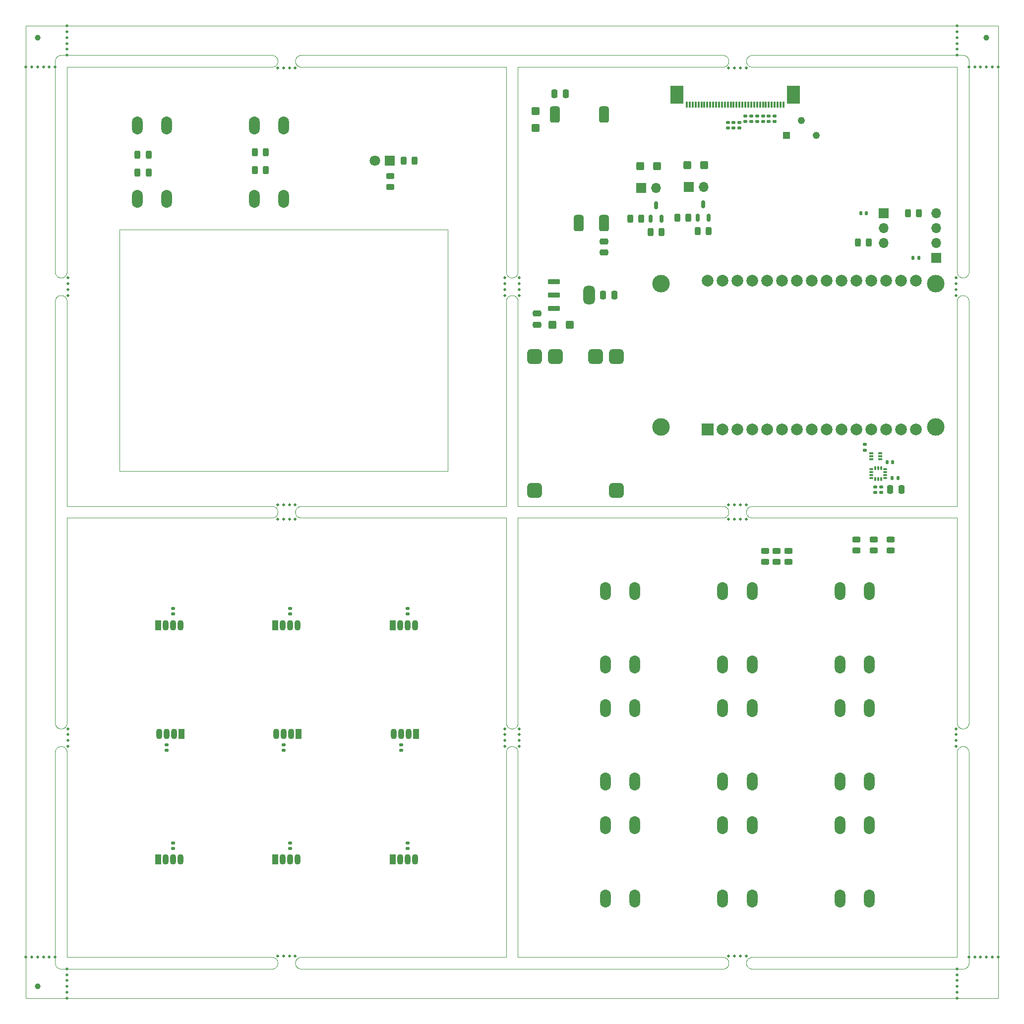
<source format=gbr>
G04 #@! TF.GenerationSoftware,KiCad,Pcbnew,7.0.5*
G04 #@! TF.CreationDate,2023-07-11T14:32:15+03:00*
G04 #@! TF.ProjectId,strange_games,73747261-6e67-4655-9f67-616d65732e6b,rev?*
G04 #@! TF.SameCoordinates,Original*
G04 #@! TF.FileFunction,Soldermask,Top*
G04 #@! TF.FilePolarity,Negative*
%FSLAX46Y46*%
G04 Gerber Fmt 4.6, Leading zero omitted, Abs format (unit mm)*
G04 Created by KiCad (PCBNEW 7.0.5) date 2023-07-11 14:32:15*
%MOMM*%
%LPD*%
G01*
G04 APERTURE LIST*
G04 Aperture macros list*
%AMRoundRect*
0 Rectangle with rounded corners*
0 $1 Rounding radius*
0 $2 $3 $4 $5 $6 $7 $8 $9 X,Y pos of 4 corners*
0 Add a 4 corners polygon primitive as box body*
4,1,4,$2,$3,$4,$5,$6,$7,$8,$9,$2,$3,0*
0 Add four circle primitives for the rounded corners*
1,1,$1+$1,$2,$3*
1,1,$1+$1,$4,$5*
1,1,$1+$1,$6,$7*
1,1,$1+$1,$8,$9*
0 Add four rect primitives between the rounded corners*
20,1,$1+$1,$2,$3,$4,$5,0*
20,1,$1+$1,$4,$5,$6,$7,0*
20,1,$1+$1,$6,$7,$8,$9,0*
20,1,$1+$1,$8,$9,$2,$3,0*%
G04 Aperture macros list end*
%ADD10C,0.500000*%
%ADD11RoundRect,0.250000X0.250000X0.475000X-0.250000X0.475000X-0.250000X-0.475000X0.250000X-0.475000X0*%
%ADD12RoundRect,0.140000X0.170000X-0.140000X0.170000X0.140000X-0.170000X0.140000X-0.170000X-0.140000X0*%
%ADD13RoundRect,0.140000X-0.170000X0.140000X-0.170000X-0.140000X0.170000X-0.140000X0.170000X0.140000X0*%
%ADD14R,1.700000X1.700000*%
%ADD15O,1.700000X1.700000*%
%ADD16RoundRect,0.243750X-0.243750X-0.456250X0.243750X-0.456250X0.243750X0.456250X-0.243750X0.456250X0*%
%ADD17RoundRect,0.431800X-0.431800X-0.965197X0.431800X-0.965197X0.431800X0.965197X-0.431800X0.965197X0*%
%ADD18RoundRect,0.150000X0.150000X-0.512500X0.150000X0.512500X-0.150000X0.512500X-0.150000X-0.512500X0*%
%ADD19R,1.222000X1.222000*%
%ADD20C,1.222000*%
%ADD21RoundRect,0.250000X-0.450000X0.400000X-0.450000X-0.400000X0.450000X-0.400000X0.450000X0.400000X0*%
%ADD22RoundRect,0.243750X0.243750X0.456250X-0.243750X0.456250X-0.243750X-0.456250X0.243750X-0.456250X0*%
%ADD23RoundRect,0.243750X0.456250X-0.243750X0.456250X0.243750X-0.456250X0.243750X-0.456250X-0.243750X0*%
%ADD24RoundRect,0.140000X0.140000X0.170000X-0.140000X0.170000X-0.140000X-0.170000X0.140000X-0.170000X0*%
%ADD25C,3.000000*%
%ADD26R,2.000000X2.000000*%
%ADD27C,2.000000*%
%ADD28RoundRect,0.634999X0.635001X0.634998X-0.635001X0.634998X-0.635001X-0.634998X0.635001X-0.634998X0*%
%ADD29RoundRect,0.140000X-0.140000X-0.170000X0.140000X-0.170000X0.140000X0.170000X-0.140000X0.170000X0*%
%ADD30C,1.000000*%
%ADD31RoundRect,0.250000X-0.400000X-0.450000X0.400000X-0.450000X0.400000X0.450000X-0.400000X0.450000X0*%
%ADD32RoundRect,0.250000X0.475000X-0.250000X0.475000X0.250000X-0.475000X0.250000X-0.475000X-0.250000X0*%
%ADD33RoundRect,0.250000X-0.475000X0.250000X-0.475000X-0.250000X0.475000X-0.250000X0.475000X0.250000X0*%
%ADD34R,0.300000X1.100000*%
%ADD35R,2.300000X3.100000*%
%ADD36R,0.700000X0.340000*%
%ADD37RoundRect,0.243750X-0.456250X0.243750X-0.456250X-0.243750X0.456250X-0.243750X0.456250X0.243750X0*%
%ADD38RoundRect,0.111600X-0.878400X-0.353400X0.878400X-0.353400X0.878400X0.353400X-0.878400X0.353400X0*%
%ADD39RoundRect,0.792000X-0.198000X-0.823000X0.198000X-0.823000X0.198000X0.823000X-0.198000X0.823000X0*%
%ADD40RoundRect,0.087500X-0.225000X-0.087500X0.225000X-0.087500X0.225000X0.087500X-0.225000X0.087500X0*%
%ADD41RoundRect,0.087500X-0.087500X-0.225000X0.087500X-0.225000X0.087500X0.225000X-0.087500X0.225000X0*%
%ADD42R,1.800000X1.800000*%
%ADD43C,1.800000*%
%ADD44O,1.850000X3.048000*%
%ADD45R,1.070000X1.800000*%
%ADD46O,1.070000X1.800000*%
G04 #@! TA.AperFunction,Profile*
%ADD47C,0.100000*%
G04 #@! TD*
G04 #@! TA.AperFunction,Profile*
%ADD48C,0.050000*%
G04 #@! TD*
G04 APERTURE END LIST*
D10*
X51000000Y-21000000D03*
X165000000Y-178800000D03*
D11*
X193480000Y-99180266D03*
X191580000Y-99180266D03*
D10*
X203000000Y-23000000D03*
X49000000Y-27000000D03*
X166000000Y-101800000D03*
X51000000Y-20000000D03*
X203000000Y-20000000D03*
D12*
X89154000Y-160427727D03*
X89154000Y-159467727D03*
D13*
X69154000Y-119467727D03*
X69154000Y-120427727D03*
D10*
X87000000Y-27200000D03*
D14*
X157150000Y-47500000D03*
D15*
X159690000Y-47500000D03*
D10*
X125800000Y-63000000D03*
D13*
X69154000Y-159467727D03*
X69154000Y-160427727D03*
D10*
X167000000Y-27200000D03*
X88000000Y-178800000D03*
X202800000Y-141000000D03*
D16*
X108470844Y-43000201D03*
X110345844Y-43000201D03*
D10*
X203000000Y-21000000D03*
X203000000Y-24000000D03*
D16*
X83070844Y-44600201D03*
X84945844Y-44600201D03*
D10*
X51000000Y-183000000D03*
X51200000Y-63000000D03*
X203000000Y-183000000D03*
X51000000Y-182000000D03*
D17*
X142678946Y-53694596D03*
X138360946Y-53694596D03*
X134296946Y-35152596D03*
X142678946Y-35152596D03*
D10*
X45000000Y-27000000D03*
X202800000Y-66000000D03*
D18*
X158700000Y-52775000D03*
X160600000Y-52775000D03*
X159650000Y-50500000D03*
D19*
X173854500Y-38700000D03*
D20*
X176394500Y-36160000D03*
X178934500Y-38700000D03*
D10*
X51000000Y-186000000D03*
D21*
X131000000Y-34550000D03*
X131000000Y-37450000D03*
D10*
X202800000Y-140000000D03*
X125800000Y-141000000D03*
X89000000Y-27200000D03*
D22*
X157137500Y-52775000D03*
X155262500Y-52775000D03*
D13*
X164850000Y-36470000D03*
X164850000Y-37430000D03*
D10*
X51200000Y-140000000D03*
X203000000Y-181000000D03*
X164000000Y-104200000D03*
D16*
X83070844Y-41600201D03*
X84945844Y-41600201D03*
D23*
X170187727Y-111537500D03*
X170187727Y-109662500D03*
D10*
X51200000Y-65000000D03*
X128200000Y-65000000D03*
D24*
X192878023Y-97200266D03*
X191918023Y-97200266D03*
D18*
X150650000Y-52935000D03*
X152550000Y-52935000D03*
X151600000Y-50660000D03*
D25*
X152420000Y-88480000D03*
X199370000Y-88480000D03*
X152420000Y-63970000D03*
X199370000Y-63970000D03*
D26*
X160380000Y-88900000D03*
D27*
X162920000Y-88900000D03*
X165460000Y-88900000D03*
X168000000Y-88900000D03*
X170540000Y-88900000D03*
X173080000Y-88900000D03*
X175620000Y-88900000D03*
X178160000Y-88900000D03*
X180700000Y-88900000D03*
X183240000Y-88900000D03*
X185780000Y-88900000D03*
X188320000Y-88900000D03*
X190860000Y-88900000D03*
X193400000Y-88900000D03*
X195940000Y-88900000D03*
X195940000Y-63500000D03*
X193400000Y-63500000D03*
X190860000Y-63500000D03*
X188320000Y-63500000D03*
X185780000Y-63500000D03*
X183240000Y-63500000D03*
X180700000Y-63500000D03*
X178160000Y-63500000D03*
X175620000Y-63500000D03*
X173080000Y-63500000D03*
X170540000Y-63500000D03*
X168000000Y-63500000D03*
X165460000Y-63500000D03*
X162920000Y-63500000D03*
X160380000Y-63500000D03*
D10*
X51200000Y-66000000D03*
X87000000Y-104200000D03*
X210000000Y-27000000D03*
D16*
X186062500Y-57000000D03*
X187937500Y-57000000D03*
D10*
X166000000Y-104200000D03*
X44000000Y-27000000D03*
D22*
X160575000Y-55025000D03*
X158700000Y-55025000D03*
D10*
X125800000Y-65000000D03*
X89000000Y-104200000D03*
X125800000Y-142000000D03*
D13*
X68054000Y-142756927D03*
X68054000Y-143716927D03*
D10*
X210000000Y-179000000D03*
X205000000Y-179000000D03*
X202800000Y-63000000D03*
D28*
X130865800Y-99300000D03*
X144835800Y-99300003D03*
X130865800Y-76440003D03*
X134421800Y-76440003D03*
X141279800Y-76440003D03*
X144835800Y-76440003D03*
D12*
X167850000Y-36360000D03*
X167850000Y-35400000D03*
D10*
X46000000Y-27000000D03*
X48000000Y-179000000D03*
X51000000Y-25000000D03*
D29*
X195485261Y-59620000D03*
X196445261Y-59620000D03*
D10*
X90000000Y-104200000D03*
X90000000Y-27200000D03*
D14*
X199465261Y-59600000D03*
D15*
X199465261Y-57060000D03*
X199465261Y-54520000D03*
X199465261Y-51980000D03*
D11*
X136150000Y-31600000D03*
X134250000Y-31600000D03*
D10*
X51200000Y-143000000D03*
D12*
X168850000Y-36360000D03*
X168850000Y-35400000D03*
D23*
X188737727Y-109537500D03*
X188737727Y-107662500D03*
D10*
X90000000Y-178800000D03*
D13*
X187280000Y-91470266D03*
X187280000Y-92430266D03*
D10*
X203000000Y-186000000D03*
X203000000Y-185000000D03*
X165000000Y-27200000D03*
X47000000Y-179000000D03*
D13*
X165850000Y-36470000D03*
X165850000Y-37430000D03*
D10*
X167000000Y-104200000D03*
D11*
X144478634Y-65946023D03*
X142578634Y-65946023D03*
D30*
X46000000Y-184000000D03*
X208000000Y-22000000D03*
D10*
X90000000Y-101800000D03*
D31*
X133931000Y-71020000D03*
X136831000Y-71020000D03*
D10*
X203000000Y-25000000D03*
X88000000Y-101800000D03*
D30*
X46000000Y-22000000D03*
D10*
X88000000Y-27200000D03*
X207000000Y-179000000D03*
X202800000Y-65000000D03*
X46000000Y-179000000D03*
D13*
X190030000Y-98700266D03*
X190030000Y-99660266D03*
D12*
X88054000Y-143716927D03*
X88054000Y-142756927D03*
D13*
X109154000Y-119467727D03*
X109154000Y-120427727D03*
D10*
X51200000Y-141000000D03*
X128200000Y-143000000D03*
D16*
X194627761Y-51968023D03*
X196502761Y-51968023D03*
D10*
X209000000Y-179000000D03*
X165000000Y-101800000D03*
X128200000Y-64000000D03*
D32*
X142673646Y-58672796D03*
X142673646Y-56772796D03*
D10*
X203000000Y-22000000D03*
X125800000Y-140000000D03*
X89000000Y-101800000D03*
X87000000Y-101800000D03*
D33*
X131300000Y-69100000D03*
X131300000Y-71000000D03*
D10*
X128200000Y-142000000D03*
X208000000Y-179000000D03*
X47000000Y-27000000D03*
D34*
X173350000Y-33452998D03*
X172850000Y-33452998D03*
X172350000Y-33452998D03*
X171850000Y-33452998D03*
X171350000Y-33452998D03*
X170850000Y-33452998D03*
X170350000Y-33452998D03*
X169850000Y-33452998D03*
X169350000Y-33452998D03*
X168850000Y-33452998D03*
X168350000Y-33452998D03*
X167850000Y-33452998D03*
X167350000Y-33452998D03*
X166850000Y-33452998D03*
X166350000Y-33452998D03*
X165850000Y-33452998D03*
X165350000Y-33452998D03*
X164850000Y-33452998D03*
X164350000Y-33452998D03*
X163850000Y-33452998D03*
X163350000Y-33452998D03*
X162850000Y-33452998D03*
X162350000Y-33452998D03*
X161850000Y-33452998D03*
X161350000Y-33452998D03*
X160850000Y-33452998D03*
X160350000Y-33452998D03*
X159850000Y-33452998D03*
X159350000Y-33452998D03*
X158850000Y-33452998D03*
X158350000Y-33452998D03*
X157850000Y-33452998D03*
X157350000Y-33452998D03*
X156850000Y-33452998D03*
D35*
X175020000Y-31752998D03*
X155180000Y-31752998D03*
D10*
X128200000Y-140000000D03*
X128200000Y-63000000D03*
X164000000Y-27200000D03*
X45000000Y-179000000D03*
X48000000Y-27000000D03*
D13*
X166850000Y-35400000D03*
X166850000Y-36360000D03*
X109154000Y-159467727D03*
X109154000Y-160427727D03*
D10*
X203000000Y-182000000D03*
D31*
X156950000Y-43750000D03*
X159850000Y-43750000D03*
D36*
X189866046Y-93990060D03*
X189866046Y-93490060D03*
X189866046Y-92990060D03*
X188366046Y-92990060D03*
X188366046Y-93490060D03*
X188366046Y-93990060D03*
D12*
X170850000Y-36360000D03*
X170850000Y-35400000D03*
D23*
X185787727Y-109537500D03*
X185787727Y-107662500D03*
D10*
X202800000Y-143000000D03*
D13*
X108054000Y-142756927D03*
X108054000Y-143716927D03*
D10*
X51000000Y-22000000D03*
D14*
X190500000Y-52000000D03*
D15*
X190500000Y-54540000D03*
X190500000Y-57080000D03*
D10*
X49000000Y-179000000D03*
D23*
X191687727Y-109537500D03*
X191687727Y-107662500D03*
D31*
X148900000Y-43910000D03*
X151800000Y-43910000D03*
D23*
X174187727Y-111537500D03*
X174187727Y-109662500D03*
D10*
X206000000Y-179000000D03*
X206000000Y-27000000D03*
X167000000Y-101800000D03*
X51000000Y-23000000D03*
X125800000Y-143000000D03*
D16*
X63070844Y-42000201D03*
X64945844Y-42000201D03*
D10*
X202800000Y-64000000D03*
X205000000Y-27000000D03*
D23*
X172187727Y-111537500D03*
X172187727Y-109662500D03*
D10*
X207000000Y-27000000D03*
D37*
X106208344Y-45662701D03*
X106208344Y-47537701D03*
D10*
X88000000Y-104200000D03*
D12*
X189030000Y-99660266D03*
X189030000Y-98700266D03*
D10*
X44000000Y-179000000D03*
D14*
X149100000Y-47660000D03*
D15*
X151640000Y-47660000D03*
D10*
X203000000Y-184000000D03*
X51000000Y-181000000D03*
X51000000Y-185000000D03*
D16*
X63070844Y-45000201D03*
X64945844Y-45000201D03*
D10*
X51000000Y-184000000D03*
D13*
X163850000Y-36470000D03*
X163850000Y-37430000D03*
D24*
X192010000Y-94450266D03*
X191050000Y-94450266D03*
D12*
X169850000Y-36360000D03*
X169850000Y-35400000D03*
D10*
X87000000Y-178800000D03*
X202800000Y-142000000D03*
D29*
X186540000Y-52000000D03*
X187500000Y-52000000D03*
D10*
X166000000Y-27200000D03*
X208000000Y-27000000D03*
X166000000Y-178800000D03*
D22*
X149087500Y-52935000D03*
X147212500Y-52935000D03*
D12*
X171850000Y-36360000D03*
X171850000Y-35400000D03*
D10*
X51200000Y-142000000D03*
X209000000Y-27000000D03*
D12*
X89154000Y-120427727D03*
X89154000Y-119467727D03*
D10*
X89000000Y-178800000D03*
D38*
X134144000Y-63640000D03*
X134144000Y-65940000D03*
X134144000Y-68240000D03*
D39*
X140174000Y-65940000D03*
D10*
X125800000Y-66000000D03*
X128200000Y-66000000D03*
X167000000Y-178800000D03*
X164000000Y-178800000D03*
X164000000Y-101800000D03*
X165000000Y-104200000D03*
D40*
X188367500Y-95700266D03*
X188367500Y-96200266D03*
X188367500Y-96700266D03*
X188367500Y-97200266D03*
D41*
X189030000Y-97362766D03*
X189530000Y-97362766D03*
X190030000Y-97362766D03*
D40*
X190692500Y-97200266D03*
X190692500Y-96700266D03*
X190692500Y-96200266D03*
X190692500Y-95700266D03*
D41*
X190030000Y-95537766D03*
X189530000Y-95537766D03*
X189030000Y-95537766D03*
D10*
X128200000Y-141000000D03*
X51000000Y-24000000D03*
D22*
X152525000Y-55185000D03*
X150650000Y-55185000D03*
D10*
X125800000Y-64000000D03*
X51200000Y-64000000D03*
D42*
X106123344Y-43000201D03*
D43*
X103583344Y-43000201D03*
D44*
X142987727Y-136500000D03*
X142987727Y-149000000D03*
X147987727Y-136500000D03*
X147987727Y-149000000D03*
X182987727Y-116500000D03*
X182987727Y-129000000D03*
X187987727Y-116500000D03*
X187987727Y-129000000D03*
D45*
X106619000Y-162307327D03*
D46*
X107889000Y-162307327D03*
X109159000Y-162307327D03*
X110429000Y-162307327D03*
D44*
X162987727Y-136500000D03*
X162987727Y-149000000D03*
X167987727Y-136500000D03*
X167987727Y-149000000D03*
X182987727Y-156500000D03*
X182987727Y-169000000D03*
X187987727Y-156500000D03*
X187987727Y-169000000D03*
D45*
X66619000Y-162307327D03*
D46*
X67889000Y-162307327D03*
X69159000Y-162307327D03*
X70429000Y-162307327D03*
D44*
X162987727Y-116500000D03*
X162987727Y-129000000D03*
X167987727Y-116500000D03*
X167987727Y-129000000D03*
D45*
X90589000Y-140877327D03*
D46*
X89319000Y-140877327D03*
X88049000Y-140877327D03*
X86779000Y-140877327D03*
D45*
X86619000Y-162307327D03*
D46*
X87889000Y-162307327D03*
X89159000Y-162307327D03*
X90429000Y-162307327D03*
D45*
X86619000Y-122307327D03*
D46*
X87889000Y-122307327D03*
X89159000Y-122307327D03*
X90429000Y-122307327D03*
D44*
X162987727Y-156500000D03*
X162987727Y-169000000D03*
X167987727Y-156500000D03*
X167987727Y-169000000D03*
D45*
X66619000Y-122307327D03*
D46*
X67889000Y-122307327D03*
X69159000Y-122307327D03*
X70429000Y-122307327D03*
D45*
X70589000Y-140877327D03*
D46*
X69319000Y-140877327D03*
X68049000Y-140877327D03*
X66779000Y-140877327D03*
D44*
X83008344Y-37000201D03*
X83008344Y-49500201D03*
X88008344Y-37000201D03*
X88008344Y-49500201D03*
X142987727Y-116500000D03*
X142987727Y-129000000D03*
X147987727Y-116500000D03*
X147987727Y-129000000D03*
X63008344Y-37000201D03*
X63008344Y-49500201D03*
X68008344Y-37000201D03*
X68008344Y-49500201D03*
D45*
X110589000Y-140877327D03*
D46*
X109319000Y-140877327D03*
X108049000Y-140877327D03*
X106779000Y-140877327D03*
D45*
X106619000Y-122307327D03*
D46*
X107889000Y-122307327D03*
X109159000Y-122307327D03*
X110429000Y-122307327D03*
D44*
X142987727Y-156500000D03*
X142987727Y-169000000D03*
X147987727Y-156500000D03*
X147987727Y-169000000D03*
X182987727Y-136500000D03*
X182987727Y-149000000D03*
X187987727Y-136500000D03*
X187987727Y-149000000D03*
D47*
X204883099Y-25523318D02*
X204904946Y-25566721D01*
X125993082Y-104000559D02*
X125992612Y-104000416D01*
X163957368Y-25702619D02*
X163970328Y-25749450D01*
X204476681Y-25116900D02*
X204518960Y-25140851D01*
X49892963Y-25004770D02*
X49941423Y-25001195D01*
X204107036Y-139995229D02*
X204058576Y-139998804D01*
X49892963Y-139995229D02*
X49844737Y-139989281D01*
X86833152Y-25439987D02*
X86859148Y-25481039D01*
X49256460Y-62674841D02*
X49224721Y-62638047D01*
X126095053Y-143566721D02*
X126116900Y-143523318D01*
X44000000Y-20012272D02*
X44000000Y-185987727D01*
X86924637Y-180388855D02*
X86904946Y-180433278D01*
X86710033Y-25289966D02*
X86743539Y-25325158D01*
X128009318Y-101999918D02*
X128009809Y-101999942D01*
X44001122Y-20005558D02*
X44000912Y-20006002D01*
X125998121Y-27004296D02*
X125997829Y-27003902D01*
X128006917Y-178999440D02*
X128007387Y-178999583D01*
X203523318Y-143116900D02*
X203566721Y-143095053D01*
X128009809Y-27000057D02*
X128009318Y-27000081D01*
X86297380Y-179042631D02*
X86343519Y-179057874D01*
X86433278Y-102095053D02*
X86476681Y-102116900D01*
X167095053Y-179566721D02*
X167116900Y-179523318D01*
X167566721Y-180904946D02*
X167523318Y-180883099D01*
X203400259Y-66194826D02*
X203439987Y-66166847D01*
X202997517Y-104003522D02*
X202997188Y-104003159D01*
X86942125Y-26343519D02*
X86924637Y-26388855D01*
X202993997Y-27000912D02*
X202993544Y-27000724D01*
X128000297Y-178992136D02*
X128000416Y-178992612D01*
X203194826Y-62599740D02*
X203166847Y-62560012D01*
X50388855Y-139924637D02*
X50343519Y-139942125D01*
X125998646Y-104005125D02*
X125998394Y-104004704D01*
X167400259Y-179194826D02*
X167439987Y-179166847D01*
X51000297Y-104007863D02*
X51000201Y-104008344D01*
X204970328Y-143749450D02*
X204980974Y-143796861D01*
X86833152Y-102439987D02*
X86859148Y-102481039D01*
X90000000Y-180009877D02*
X90000000Y-179990122D01*
X126010718Y-66844737D02*
X126019025Y-66796861D01*
X127107036Y-62995229D02*
X127058576Y-62998804D01*
X204674841Y-139743539D02*
X204638047Y-139775278D01*
X44006917Y-20000559D02*
X44006455Y-20000724D01*
X202999087Y-104006002D02*
X202998877Y-104005558D01*
X49439987Y-180833152D02*
X49400259Y-180805173D01*
X50058576Y-139998804D02*
X50009877Y-140000000D01*
X203361952Y-139775278D02*
X203325158Y-139743539D01*
X51006002Y-101999087D02*
X51006455Y-101999275D01*
X90481039Y-103859148D02*
X90439987Y-103833152D01*
X50833152Y-139560012D02*
X50805173Y-139599740D01*
X204805173Y-180599740D02*
X204775278Y-180638047D01*
X202997517Y-101996477D02*
X202997829Y-101996097D01*
X128000912Y-178993997D02*
X128001122Y-178994441D01*
X90010718Y-25844737D02*
X90019025Y-25796861D01*
X126224721Y-62638047D02*
X126194826Y-62599740D01*
X163883099Y-25523318D02*
X163904946Y-25566721D01*
X204710033Y-66289966D02*
X204743539Y-66325158D01*
X90004770Y-26107036D02*
X90001195Y-26058576D01*
X204710033Y-139710033D02*
X204674841Y-139743539D01*
X202994441Y-101998877D02*
X202994874Y-101998646D01*
X163833152Y-26560012D02*
X163805173Y-26599740D01*
X167010718Y-180155262D02*
X167004770Y-180107036D01*
X204833152Y-62560012D02*
X204805173Y-62599740D01*
X164000000Y-179990122D02*
X164000000Y-180009877D01*
X90749450Y-102029671D02*
X90796861Y-102019025D01*
X126166847Y-139560012D02*
X126140851Y-139518960D01*
X202999798Y-104008344D02*
X202999702Y-104007863D01*
X204998804Y-25941423D02*
X205000000Y-25990122D01*
X125999996Y-101987972D02*
X126000000Y-101987727D01*
X49140851Y-180518960D02*
X49116900Y-180476681D01*
X127989281Y-62155262D02*
X127980974Y-62203138D01*
X163009877Y-179000000D02*
X163058576Y-179001195D01*
X204297380Y-62957368D02*
X204250549Y-62970328D01*
X50388855Y-62924637D02*
X50343519Y-62942125D01*
X163388855Y-180924637D02*
X163343519Y-180942125D01*
X86638047Y-102224721D02*
X86674841Y-102256460D01*
X204980974Y-139203138D02*
X204970328Y-139250549D01*
X51000416Y-178992612D02*
X51000559Y-178993082D01*
X204995229Y-66892963D02*
X204998804Y-66941423D01*
X202994441Y-27001122D02*
X202993997Y-27000912D01*
X204995229Y-139107036D02*
X204989281Y-139155262D01*
X167224721Y-179361952D02*
X167256460Y-179325158D01*
X49656480Y-25057874D02*
X49702619Y-25042631D01*
X44000000Y-185987727D02*
X44000003Y-185987972D01*
X90892963Y-179004770D02*
X90941423Y-179001195D01*
X209991169Y-20000129D02*
X209990681Y-20000081D01*
X127343519Y-66057874D02*
X127388855Y-66075362D01*
X126523318Y-66116900D02*
X126566721Y-66095053D01*
X50476681Y-62883099D02*
X50433278Y-62904946D01*
X128000724Y-104006455D02*
X128000559Y-104006917D01*
X204998804Y-143941423D02*
X205000000Y-143990122D01*
X127942125Y-66656480D02*
X127957368Y-66702619D01*
X163743539Y-179325158D02*
X163775278Y-179361952D01*
X203010718Y-143844737D02*
X203019025Y-143796861D01*
X203325158Y-66256460D02*
X203361952Y-66224721D01*
X49289966Y-66289966D02*
X49325158Y-66256460D01*
X50009877Y-66000000D02*
X50058576Y-66001195D01*
X126990122Y-143000000D02*
X127009877Y-143000000D01*
X86743539Y-26674841D02*
X86710033Y-26710033D01*
X49057874Y-139343519D02*
X49042631Y-139297380D01*
X51000081Y-27009318D02*
X51000057Y-27009809D01*
X125998646Y-101994874D02*
X125998877Y-101994441D01*
X90656480Y-179057874D02*
X90702619Y-179042631D01*
X86560012Y-25166847D02*
X86599740Y-25194826D01*
X204743539Y-143325158D02*
X204775278Y-143361952D01*
X163638047Y-103775278D02*
X163599740Y-103805173D01*
X128000003Y-27012027D02*
X128000000Y-27012272D01*
X204343519Y-139942125D02*
X204297380Y-139957368D01*
X90057874Y-25656480D02*
X90075362Y-25611144D01*
X49224721Y-62638047D02*
X49194826Y-62599740D01*
X51000000Y-178987727D02*
X51000003Y-178987972D01*
X204599740Y-139805173D02*
X204560012Y-139833152D01*
X125993544Y-104000724D02*
X125993082Y-104000559D01*
X128000081Y-27009318D02*
X128000057Y-27009809D01*
X49256460Y-66325158D02*
X49289966Y-66289966D01*
X90749450Y-180970328D02*
X90702619Y-180957368D01*
X203000000Y-66990122D02*
X203001195Y-66941423D01*
X203095053Y-62433278D02*
X203075362Y-62388855D01*
X90656480Y-25057874D02*
X90702619Y-25042631D01*
X86297380Y-102042631D02*
X86343519Y-102057874D01*
X167749450Y-26970328D02*
X167702619Y-26957368D01*
X90656480Y-26942125D02*
X90611144Y-26924637D01*
X125994441Y-178998877D02*
X125994874Y-178998646D01*
X204833152Y-180560012D02*
X204805173Y-180599740D01*
X51000003Y-101987972D02*
X51000057Y-101990190D01*
X125998121Y-101995703D02*
X125998394Y-101995295D01*
X163998804Y-102941423D02*
X164000000Y-102990122D01*
X50957368Y-143702619D02*
X50970328Y-143749450D01*
X167566721Y-25095053D02*
X167611144Y-25075362D01*
X86998804Y-26058576D02*
X86995229Y-26107036D01*
X49194826Y-143400259D02*
X49224721Y-143361952D01*
X202990681Y-101999918D02*
X202991169Y-101999870D01*
X163775278Y-102361952D02*
X163805173Y-102400259D01*
X44009809Y-20000057D02*
X44009318Y-20000081D01*
X50638047Y-143224721D02*
X50674841Y-143256460D01*
X87000000Y-26009877D02*
X86998804Y-26058576D01*
X51000129Y-178991169D02*
X51000201Y-178991655D01*
X202993997Y-104000912D02*
X202993544Y-104000724D01*
X163989281Y-102844737D02*
X163995229Y-102892963D01*
X163995229Y-179892963D02*
X163998804Y-179941423D01*
X126990122Y-63000000D02*
X126941423Y-62998804D01*
X204989281Y-143844737D02*
X204995229Y-143892963D01*
X125990190Y-101999942D02*
X125990681Y-101999918D01*
X127904946Y-143566721D02*
X127924637Y-143611144D01*
X86433278Y-103904946D02*
X86388855Y-103924637D01*
X50433278Y-143095053D02*
X50476681Y-143116900D01*
X204058576Y-66001195D02*
X204107036Y-66004770D01*
X204833152Y-139560012D02*
X204805173Y-139599740D01*
X49166847Y-139560012D02*
X49140851Y-139518960D01*
X86743539Y-103674841D02*
X86710033Y-103710033D01*
X51000201Y-178991655D02*
X51000297Y-178992136D01*
X127710033Y-66289966D02*
X127743539Y-66325158D01*
X167140851Y-25481039D02*
X167166847Y-25439987D01*
X51005125Y-101998646D02*
X51005558Y-101998877D01*
X128004296Y-101998121D02*
X128004704Y-101998394D01*
X126019025Y-143796861D02*
X126029671Y-143749450D01*
X202991169Y-101999870D02*
X202991655Y-101999798D01*
X167361952Y-25224721D02*
X167400259Y-25194826D01*
X49941423Y-25001195D02*
X49990122Y-25000000D01*
X50805173Y-62599740D02*
X50775278Y-62638047D01*
X126075362Y-143611144D02*
X126095053Y-143566721D01*
X90224721Y-180638047D02*
X90194826Y-180599740D01*
X202999440Y-178993082D02*
X202999583Y-178992612D01*
X125999702Y-104007863D02*
X125999583Y-104007387D01*
X164000000Y-102990122D02*
X164000000Y-103009877D01*
X125987972Y-27000003D02*
X125987727Y-27000000D01*
X202990681Y-178999918D02*
X202991169Y-178999870D01*
X163775278Y-25361952D02*
X163805173Y-25400259D01*
X51004704Y-101998394D02*
X51005125Y-101998646D01*
X202997829Y-104003902D02*
X202997517Y-104003522D01*
X44009318Y-20000081D02*
X44008830Y-20000129D01*
X127805173Y-143400259D02*
X127833152Y-143439987D01*
X202987972Y-104000003D02*
X202987727Y-104000000D01*
X202998646Y-27005125D02*
X202998394Y-27004704D01*
X202999702Y-27007863D02*
X202999583Y-27007387D01*
X90224721Y-102361952D02*
X90256460Y-102325158D01*
X167749450Y-25029671D02*
X167796861Y-25019025D01*
X202995295Y-101998394D02*
X202995703Y-101998121D01*
X128008830Y-104000129D02*
X128008344Y-104000201D01*
X202999870Y-104008830D02*
X202999798Y-104008344D01*
X167057874Y-102656480D02*
X167075362Y-102611144D01*
X126566721Y-62904946D02*
X126523318Y-62883099D01*
X49224721Y-143361952D02*
X49256460Y-143325158D01*
X125999440Y-101993082D02*
X125999583Y-101992612D01*
X49057874Y-66656480D02*
X49075362Y-66611144D01*
X86388855Y-25075362D02*
X86433278Y-25095053D01*
X204980974Y-66796861D02*
X204989281Y-66844737D01*
X163058576Y-179001195D02*
X163107036Y-179004770D01*
X128001878Y-178995703D02*
X128002170Y-178996097D01*
X50250549Y-143029671D02*
X50297380Y-143042631D01*
X49990122Y-143000000D02*
X50009877Y-143000000D01*
X126566721Y-66095053D02*
X126611144Y-66075362D01*
X44003159Y-20002811D02*
X44002811Y-20003159D01*
X125993997Y-27000912D02*
X125993544Y-27000724D01*
X90166847Y-103560012D02*
X90140851Y-103518960D01*
X50638047Y-62775278D02*
X50599740Y-62805173D01*
X202999942Y-27009809D02*
X202999918Y-27009318D01*
X126057874Y-139343519D02*
X126042631Y-139297380D01*
X127476681Y-62883099D02*
X127433278Y-62904946D01*
X128000201Y-178991655D02*
X128000297Y-178992136D01*
X90194826Y-180599740D02*
X90166847Y-180560012D01*
X204998804Y-62058576D02*
X204995229Y-62107036D01*
X125995295Y-101998394D02*
X125995703Y-101998121D01*
X50674841Y-62743539D02*
X50638047Y-62775278D01*
X127859148Y-62518960D02*
X127833152Y-62560012D01*
X127998804Y-139058576D02*
X127995229Y-139107036D01*
X202996840Y-178997188D02*
X202997188Y-178996840D01*
X50250549Y-139970328D02*
X50203138Y-139980974D01*
X51009318Y-101999918D02*
X51009809Y-101999942D01*
X49656480Y-143057874D02*
X49702619Y-143042631D01*
X204743539Y-66325158D02*
X204775278Y-66361952D01*
X90001195Y-26058576D02*
X90000000Y-26009877D01*
X167000000Y-179990122D02*
X167001195Y-179941423D01*
X49796861Y-139980974D02*
X49749450Y-139970328D01*
X204388855Y-62924637D02*
X204343519Y-62942125D01*
X86638047Y-25224721D02*
X86674841Y-25256460D01*
X167702619Y-25042631D02*
X167749450Y-25029671D01*
X203042631Y-62297380D02*
X203029671Y-62250549D01*
X163250549Y-102029671D02*
X163297380Y-102042631D01*
X126095053Y-62433278D02*
X126075362Y-62388855D01*
X204155262Y-180989281D02*
X204107036Y-180995229D01*
X90289966Y-26710033D02*
X90256460Y-26674841D01*
X125992136Y-101999702D02*
X125992612Y-101999583D01*
X51000416Y-27007387D02*
X51000297Y-27007863D01*
X203844737Y-66010718D02*
X203892963Y-66004770D01*
X204155262Y-139989281D02*
X204107036Y-139995229D01*
X209998121Y-20004296D02*
X209997829Y-20003902D01*
X51009318Y-104000081D02*
X51008830Y-104000129D01*
X49400259Y-143194826D02*
X49439987Y-143166847D01*
X90019025Y-179796861D02*
X90029671Y-179749450D01*
X90004770Y-102892963D02*
X90010718Y-102844737D01*
X205000000Y-180009877D02*
X204998804Y-180058576D01*
X90194826Y-103599740D02*
X90166847Y-103560012D01*
X90611144Y-26924637D02*
X90566721Y-26904946D01*
X202991655Y-178999798D02*
X202992136Y-178999702D01*
X204009877Y-181000000D02*
X167990122Y-181000000D01*
X86388855Y-102075362D02*
X86433278Y-102095053D01*
X86518960Y-179140851D02*
X86560012Y-179166847D01*
X86009877Y-102000000D02*
X86058576Y-102001195D01*
X204433278Y-139904946D02*
X204388855Y-139924637D01*
X167439987Y-103833152D02*
X167400259Y-103805173D01*
X204638047Y-139775278D02*
X204599740Y-139805173D01*
X51000000Y-27012272D02*
X51000000Y-62009877D01*
X202996097Y-104002170D02*
X202995703Y-104001878D01*
X51006002Y-27000912D02*
X51005558Y-27001122D01*
X44001353Y-185994874D02*
X44001605Y-185995295D01*
X209997829Y-185996097D02*
X209998121Y-185995703D01*
X49010718Y-62155262D02*
X49004770Y-62107036D01*
X203481039Y-62859148D02*
X203439987Y-62833152D01*
X86250549Y-179029671D02*
X86297380Y-179042631D01*
X167400259Y-103805173D02*
X167361952Y-103775278D01*
X86833152Y-103560012D02*
X86805173Y-103599740D01*
X51001878Y-101995703D02*
X51002170Y-101996097D01*
X128000201Y-27008344D02*
X128000129Y-27008830D01*
X126194826Y-62599740D02*
X126166847Y-62560012D01*
X86710033Y-180710033D02*
X86674841Y-180743539D01*
X203166847Y-66439987D02*
X203194826Y-66400259D01*
X202996097Y-101997829D02*
X202996477Y-101997517D01*
X86599740Y-102194826D02*
X86638047Y-102224721D01*
X128000912Y-104006002D02*
X128000724Y-104006455D01*
X163599740Y-179194826D02*
X163638047Y-179224721D01*
X127638047Y-143224721D02*
X127674841Y-143256460D01*
X126361952Y-66224721D02*
X126400259Y-66194826D01*
X51000724Y-101993544D02*
X51000912Y-101993997D01*
X204989281Y-66844737D02*
X204995229Y-66892963D01*
X44000297Y-20007863D02*
X44000201Y-20008344D01*
X163989281Y-180155262D02*
X163980974Y-180203138D01*
X163989281Y-103155262D02*
X163980974Y-103203138D01*
X163805173Y-25400259D02*
X163833152Y-25439987D01*
X202996477Y-178997517D02*
X202996840Y-178997188D01*
X202987727Y-104000000D02*
X167990122Y-104000000D01*
X90566721Y-102095053D02*
X90611144Y-102075362D01*
X204743539Y-25325158D02*
X204775278Y-25361952D01*
X86743539Y-180674841D02*
X86710033Y-180710033D01*
X203001195Y-139058576D02*
X203000000Y-139009877D01*
X128000057Y-27009809D02*
X128000003Y-27012027D01*
X50009877Y-63000000D02*
X49990122Y-63000000D01*
X126075362Y-66611144D02*
X126095053Y-66566721D01*
X50995229Y-143892963D02*
X50998804Y-143941423D01*
X163433278Y-179095053D02*
X163476681Y-179116900D01*
X44008830Y-185999870D02*
X44009318Y-185999918D01*
X209997829Y-20003902D02*
X209997517Y-20003522D01*
X90042631Y-25702619D02*
X90057874Y-25656480D01*
X126289966Y-143289966D02*
X126325158Y-143256460D01*
X44005558Y-185998877D02*
X44006002Y-185999087D01*
X163560012Y-26833152D02*
X163518960Y-26859148D01*
X204980974Y-143796861D02*
X204989281Y-143844737D01*
X128004296Y-27001878D02*
X128003902Y-27002170D01*
X128000003Y-178987972D02*
X128000057Y-178990190D01*
X90611144Y-102075362D02*
X90656480Y-102057874D01*
X90194826Y-25400259D02*
X90224721Y-25361952D01*
X50883099Y-66523318D02*
X50904946Y-66566721D01*
X203289966Y-62710033D02*
X203256460Y-62674841D01*
X126001195Y-66941423D02*
X126004770Y-66892963D01*
X209993544Y-20000724D02*
X209993082Y-20000559D01*
X126566721Y-143095053D02*
X126611144Y-143075362D01*
X49400259Y-66194826D02*
X49439987Y-66166847D01*
X51000057Y-178990190D02*
X51000081Y-178990681D01*
X49523318Y-25116900D02*
X49566721Y-25095053D01*
X127560012Y-143166847D02*
X127599740Y-143194826D01*
X86805173Y-103599740D02*
X86775278Y-103638047D01*
X90844737Y-25010718D02*
X90892963Y-25004770D01*
X204710033Y-180710033D02*
X204674841Y-180743539D01*
X127674841Y-143256460D02*
X127710033Y-143289966D01*
X167095053Y-26433278D02*
X167075362Y-26388855D01*
X209999918Y-20009318D02*
X209999870Y-20008830D01*
X204989281Y-139155262D02*
X204980974Y-139203138D01*
X126656480Y-139942125D02*
X126611144Y-139924637D01*
X203439987Y-62833152D02*
X203400259Y-62805173D01*
X125999275Y-27006455D02*
X125999087Y-27006002D01*
X125990190Y-104000057D02*
X125987972Y-104000003D01*
X128004704Y-27001605D02*
X128004296Y-27001878D01*
X51006917Y-104000559D02*
X51006455Y-104000724D01*
X86476681Y-180883099D02*
X86433278Y-180904946D01*
X167004770Y-179892963D02*
X167010718Y-179844737D01*
X125994874Y-27001353D02*
X125994441Y-27001122D01*
X167194826Y-180599740D02*
X167166847Y-180560012D01*
X209993082Y-20000559D02*
X209992612Y-20000416D01*
X44000081Y-20009318D02*
X44000057Y-20009809D01*
X125999440Y-27006917D02*
X125999275Y-27006455D01*
X128003159Y-27002811D02*
X128002811Y-27003159D01*
X126611144Y-66075362D02*
X126656480Y-66057874D01*
X90361952Y-25224721D02*
X90400259Y-25194826D01*
X128000297Y-27007863D02*
X128000201Y-27008344D01*
X90400259Y-180805173D02*
X90361952Y-180775278D01*
X163250549Y-180970328D02*
X163203138Y-180980974D01*
X128005125Y-104001353D02*
X128004704Y-104001605D01*
X51002482Y-178996477D02*
X51002811Y-178996840D01*
X204388855Y-180924637D02*
X204343519Y-180942125D01*
X51009318Y-27000081D02*
X51008830Y-27000129D01*
X49256460Y-143325158D02*
X49289966Y-143289966D01*
X86998804Y-25941423D02*
X87000000Y-25990122D01*
X49749450Y-139970328D02*
X49702619Y-139957368D01*
X51006917Y-27000559D02*
X51006455Y-27000724D01*
X49019025Y-66796861D02*
X49029671Y-66749450D01*
X163343519Y-179057874D02*
X163388855Y-179075362D01*
X51004296Y-101998121D02*
X51004704Y-101998394D01*
X167140851Y-26518960D02*
X167116900Y-26476681D01*
X125991169Y-104000129D02*
X125990681Y-104000081D01*
X90140851Y-26518960D02*
X90116900Y-26476681D01*
X90325158Y-102256460D02*
X90361952Y-102224721D01*
X44007863Y-20000297D02*
X44007387Y-20000416D01*
X51000129Y-27008830D02*
X51000081Y-27009318D01*
X204904946Y-62433278D02*
X204883099Y-62476681D01*
X167140851Y-180518960D02*
X167116900Y-180476681D01*
X128001605Y-101995295D02*
X128001878Y-101995703D01*
X205000000Y-66990122D02*
X205000000Y-139009877D01*
X202995295Y-178998394D02*
X202995703Y-178998121D01*
X51009809Y-178999942D02*
X51012027Y-178999996D01*
X49194826Y-180599740D02*
X49166847Y-180560012D01*
X49844737Y-139989281D02*
X49796861Y-139980974D01*
X49941423Y-66001195D02*
X49990122Y-66000000D01*
X126481039Y-143140851D02*
X126523318Y-143116900D01*
X51001605Y-27004704D02*
X51001353Y-27005125D01*
X204297380Y-25042631D02*
X204343519Y-25057874D01*
X128000000Y-139009877D02*
X127998804Y-139058576D01*
X50710033Y-143289966D02*
X50743539Y-143325158D01*
X203702619Y-143042631D02*
X203749450Y-143029671D01*
X125987972Y-104000003D02*
X125987727Y-104000000D01*
X167611144Y-103924637D02*
X167566721Y-103904946D01*
D48*
X60007268Y-54750201D02*
X116007268Y-54750201D01*
X116007268Y-96000201D01*
X60007268Y-96000201D01*
X60007268Y-54750201D01*
D47*
X50743539Y-143325158D02*
X50775278Y-143361952D01*
X126166847Y-62560012D02*
X126140851Y-62518960D01*
X49481039Y-62859148D02*
X49439987Y-62833152D01*
X86805173Y-102400259D02*
X86833152Y-102439987D01*
X204805173Y-62599740D02*
X204775278Y-62638047D01*
X204924637Y-143611144D02*
X204942125Y-143656480D01*
X86674841Y-25256460D02*
X86710033Y-25289966D01*
X86203138Y-25019025D02*
X86250549Y-25029671D01*
X44004704Y-20001605D02*
X44004296Y-20001878D01*
X126256460Y-66325158D02*
X126289966Y-66289966D01*
X163710033Y-180710033D02*
X163674841Y-180743539D01*
X44003902Y-20002170D02*
X44003522Y-20002482D01*
X202992612Y-178999583D02*
X202993082Y-178999440D01*
X51008344Y-27000201D02*
X51007863Y-27000297D01*
X51000057Y-101990190D02*
X51000081Y-101990681D01*
X51000003Y-104012027D02*
X51000000Y-104012272D01*
X90166847Y-180560012D02*
X90140851Y-180518960D01*
X204805173Y-139599740D02*
X204775278Y-139638047D01*
X128000416Y-104007387D02*
X128000297Y-104007863D01*
X203010718Y-139155262D02*
X203004770Y-139107036D01*
X86433278Y-179095053D02*
X86476681Y-179116900D01*
X90749450Y-26970328D02*
X90702619Y-26957368D01*
X128000724Y-178993544D02*
X128000912Y-178993997D01*
X125992612Y-101999583D02*
X125993082Y-101999440D01*
X51007863Y-101999702D02*
X51008344Y-101999798D01*
X167892963Y-103995229D02*
X167844737Y-103989281D01*
X86058576Y-26998804D02*
X86009877Y-27000000D01*
X163560012Y-103833152D02*
X163518960Y-103859148D01*
X163560012Y-180833152D02*
X163518960Y-180859148D01*
X50980974Y-139203138D02*
X50970328Y-139250549D01*
X128004296Y-104001878D02*
X128003902Y-104002170D01*
X90990122Y-181000000D02*
X90941423Y-180998804D01*
X50980974Y-66796861D02*
X50989281Y-66844737D01*
X202998121Y-27004296D02*
X202997829Y-27003902D01*
X49481039Y-25140851D02*
X49523318Y-25116900D01*
X202999798Y-27008344D02*
X202999702Y-27007863D01*
X126892963Y-139995229D02*
X126844737Y-139989281D01*
X50560012Y-62833152D02*
X50518960Y-62859148D01*
X90439987Y-26833152D02*
X90400259Y-26805173D01*
X90523318Y-25116900D02*
X90566721Y-25095053D01*
X50942125Y-143656480D02*
X50957368Y-143702619D01*
X86942125Y-180343519D02*
X86924637Y-180388855D01*
X128000416Y-178992612D02*
X128000559Y-178993082D01*
X203256460Y-66325158D02*
X203289966Y-66289966D01*
X90289966Y-25289966D02*
X90325158Y-25256460D01*
X167075362Y-25611144D02*
X167095053Y-25566721D01*
X163775278Y-180638047D02*
X163743539Y-180674841D01*
X90029671Y-180250549D02*
X90019025Y-180203138D01*
X49029671Y-180250549D02*
X49019025Y-180203138D01*
X90042631Y-180297380D02*
X90029671Y-180250549D01*
X50250549Y-62970328D02*
X50203138Y-62980974D01*
X90075362Y-102611144D02*
X90095053Y-102566721D01*
X163942125Y-103343519D02*
X163924637Y-103388855D01*
X44012272Y-186000000D02*
X209987727Y-186000000D01*
X90361952Y-179224721D02*
X90400259Y-179194826D01*
X90611144Y-25075362D02*
X90656480Y-25057874D01*
X51000201Y-27008344D02*
X51000129Y-27008830D01*
X125987727Y-179000000D02*
X125987972Y-178999996D01*
X128002811Y-27003159D02*
X128002482Y-27003522D01*
X125993082Y-27000559D02*
X125992612Y-27000416D01*
X90844737Y-103989281D02*
X90796861Y-103980974D01*
X204599740Y-62805173D02*
X204560012Y-62833152D01*
X126361952Y-139775278D02*
X126325158Y-139743539D01*
X86942125Y-102656480D02*
X86957368Y-102702619D01*
X126439987Y-66166847D02*
X126481039Y-66140851D01*
X204560012Y-62833152D02*
X204518960Y-62859148D01*
X204638047Y-62775278D02*
X204599740Y-62805173D01*
X128008344Y-27000201D02*
X128007863Y-27000297D01*
X125997829Y-101996097D02*
X125998121Y-101995703D01*
X167400259Y-102194826D02*
X167439987Y-102166847D01*
X163833152Y-102439987D02*
X163859148Y-102481039D01*
X127989281Y-143844737D02*
X127995229Y-143892963D01*
X203019025Y-143796861D02*
X203029671Y-143749450D01*
X90042631Y-179702619D02*
X90057874Y-179656480D01*
X51006455Y-101999275D02*
X51006917Y-101999440D01*
X90095053Y-103433278D02*
X90075362Y-103388855D01*
X128003159Y-104002811D02*
X128002811Y-104003159D01*
X128003902Y-104002170D02*
X128003522Y-104002482D01*
X49749450Y-25029671D02*
X49796861Y-25019025D01*
X49116900Y-180476681D02*
X49095053Y-180433278D01*
X209997517Y-20003522D02*
X209997188Y-20003159D01*
X204710033Y-62710033D02*
X204674841Y-62743539D01*
X86433278Y-25095053D02*
X86476681Y-25116900D01*
X125993997Y-104000912D02*
X125993544Y-104000724D01*
X126001195Y-62058576D02*
X126000000Y-62009877D01*
X128002170Y-178996097D02*
X128002482Y-178996477D01*
X90439987Y-103833152D02*
X90400259Y-103805173D01*
X50433278Y-66095053D02*
X50476681Y-66116900D01*
X86805173Y-180599740D02*
X86775278Y-180638047D01*
X167289966Y-103710033D02*
X167256460Y-103674841D01*
X209997188Y-185996840D02*
X209997517Y-185996477D01*
X50638047Y-66224721D02*
X50674841Y-66256460D01*
X163058576Y-26998804D02*
X163009877Y-27000000D01*
X202997188Y-27003159D02*
X202996840Y-27002811D01*
X163343519Y-26942125D02*
X163297380Y-26957368D01*
X50942125Y-62343519D02*
X50924637Y-62388855D01*
X167523318Y-25116900D02*
X167566721Y-25095053D01*
X203439987Y-139833152D02*
X203400259Y-139805173D01*
X167439987Y-180833152D02*
X167400259Y-180805173D01*
X127638047Y-62775278D02*
X127599740Y-62805173D01*
X167010718Y-25844737D02*
X167019025Y-25796861D01*
X51000724Y-104006455D02*
X51000559Y-104006917D01*
X126166847Y-143439987D02*
X126194826Y-143400259D01*
X127924637Y-62388855D02*
X127904946Y-62433278D01*
X86970328Y-102749450D02*
X86980974Y-102796861D01*
X163998804Y-25941423D02*
X164000000Y-25990122D01*
X49796861Y-25019025D02*
X49844737Y-25010718D01*
X86518960Y-103859148D02*
X86476681Y-103883099D01*
X90000000Y-102990122D02*
X90001195Y-102941423D01*
X167289966Y-25289966D02*
X167325158Y-25256460D01*
X202997829Y-27003902D02*
X202997517Y-27003522D01*
X202999870Y-27008830D02*
X202999798Y-27008344D01*
X125995703Y-104001878D02*
X125995295Y-104001605D01*
X167892963Y-25004770D02*
X167941423Y-25001195D01*
X204957368Y-62297380D02*
X204942125Y-62343519D01*
X163638047Y-179224721D02*
X163674841Y-179256460D01*
X167000000Y-103009877D02*
X167000000Y-102990122D01*
X203990122Y-63000000D02*
X203941423Y-62998804D01*
X163942125Y-102656480D02*
X163957368Y-102702619D01*
X204058576Y-139998804D02*
X204009877Y-140000000D01*
X167523318Y-179116900D02*
X167566721Y-179095053D01*
X167019025Y-25796861D02*
X167029671Y-25749450D01*
X202999440Y-104006917D02*
X202999275Y-104006455D01*
X203941423Y-66001195D02*
X203990122Y-66000000D01*
X203075362Y-62388855D02*
X203057874Y-62343519D01*
X204388855Y-66075362D02*
X204433278Y-66095053D01*
X202991655Y-27000201D02*
X202991169Y-27000129D01*
X167057874Y-103343519D02*
X167042631Y-103297380D01*
X86859148Y-179481039D02*
X86883099Y-179523318D01*
X128005125Y-101998646D02*
X128005558Y-101998877D01*
X86203138Y-179019025D02*
X86250549Y-179029671D01*
X209990681Y-20000081D02*
X209990190Y-20000057D01*
X209995703Y-20001878D02*
X209995295Y-20001605D01*
X127859148Y-139518960D02*
X127833152Y-139560012D01*
X163904946Y-103433278D02*
X163883099Y-103476681D01*
X127518960Y-62859148D02*
X127476681Y-62883099D01*
X127775278Y-139638047D02*
X127743539Y-139674841D01*
X204883099Y-62476681D02*
X204859148Y-62518960D01*
X49361952Y-66224721D02*
X49400259Y-66194826D01*
X203194826Y-66400259D02*
X203224721Y-66361952D01*
X204297380Y-180957368D02*
X204250549Y-180970328D01*
X204203138Y-143019025D02*
X204250549Y-143029671D01*
X90439987Y-179166847D02*
X90481039Y-179140851D01*
X202994874Y-101998646D02*
X202995295Y-101998394D01*
X49001195Y-143941423D02*
X49004770Y-143892963D01*
X127388855Y-66075362D02*
X127433278Y-66095053D01*
X44006455Y-185999275D02*
X44006917Y-185999440D01*
X167656480Y-102057874D02*
X167702619Y-102042631D01*
X204250549Y-66029671D02*
X204297380Y-66042631D01*
X127957368Y-66702619D02*
X127970328Y-66749450D01*
X90941423Y-26998804D02*
X90892963Y-26995229D01*
X86107036Y-179004770D02*
X86155262Y-179010718D01*
X163743539Y-25325158D02*
X163775278Y-25361952D01*
X164000000Y-25990122D02*
X164000000Y-26009877D01*
X167166847Y-180560012D02*
X167140851Y-180518960D01*
X49166847Y-66439987D02*
X49194826Y-66400259D01*
X128006455Y-101999275D02*
X128006917Y-101999440D01*
X203656480Y-139942125D02*
X203611144Y-139924637D01*
X50476681Y-143116900D02*
X50518960Y-143140851D01*
X204942125Y-139343519D02*
X204924637Y-139388855D01*
X125991655Y-101999798D02*
X125992136Y-101999702D01*
X126042631Y-62297380D02*
X126029671Y-62250549D01*
X50859148Y-143481039D02*
X50883099Y-143523318D01*
X126796861Y-139980974D02*
X126749450Y-139970328D01*
X202996097Y-27002170D02*
X202995703Y-27001878D01*
X163560012Y-179166847D02*
X163599740Y-179194826D01*
X90566721Y-25095053D02*
X90611144Y-25075362D01*
X90361952Y-103775278D02*
X90325158Y-103743539D01*
X163904946Y-179566721D02*
X163924637Y-179611144D01*
X86998804Y-103058576D02*
X86995229Y-103107036D01*
X163250549Y-179029671D02*
X163297380Y-179042631D01*
X125994441Y-101998877D02*
X125994874Y-101998646D01*
X204388855Y-25075362D02*
X204433278Y-25095053D01*
X51012272Y-104000000D02*
X51012027Y-104000003D01*
X167566721Y-26904946D02*
X167523318Y-26883099D01*
X167439987Y-102166847D02*
X167481039Y-102140851D01*
X125999870Y-101991169D02*
X125999918Y-101990681D01*
X128001353Y-27005125D02*
X128001122Y-27005558D01*
X51007863Y-178999702D02*
X51008344Y-178999798D01*
X203566721Y-139904946D02*
X203523318Y-139883099D01*
X50995229Y-139107036D02*
X50989281Y-139155262D01*
X50009877Y-66000000D02*
X50009877Y-66000000D01*
X90010718Y-179844737D02*
X90019025Y-179796861D01*
X126001195Y-143941423D02*
X126004770Y-143892963D01*
X209995703Y-185998121D02*
X209996097Y-185997829D01*
X167523318Y-102116900D02*
X167566721Y-102095053D01*
X49656480Y-62942125D02*
X49611144Y-62924637D01*
X86155262Y-25010718D02*
X86203138Y-25019025D01*
X167116900Y-25523318D02*
X167140851Y-25481039D01*
X51005558Y-27001122D02*
X51005125Y-27001353D01*
X125998121Y-178995703D02*
X125998394Y-178995295D01*
X167941423Y-179001195D02*
X167990122Y-179000000D01*
X86343519Y-25057874D02*
X86388855Y-25075362D01*
X163297380Y-179042631D02*
X163343519Y-179057874D01*
X202990190Y-101999942D02*
X202990681Y-101999918D01*
X127970328Y-66749450D02*
X127980974Y-66796861D01*
X163775278Y-179361952D02*
X163805173Y-179400259D01*
X127957368Y-143702619D02*
X127970328Y-143749450D01*
X126042631Y-66702619D02*
X126057874Y-66656480D01*
X50388855Y-66075362D02*
X50433278Y-66095053D01*
X90439987Y-25166847D02*
X90481039Y-25140851D01*
X90029671Y-26250549D02*
X90019025Y-26203138D01*
X51004296Y-104001878D02*
X51003902Y-104002170D01*
X126325158Y-66256460D02*
X126361952Y-66224721D01*
X51001878Y-27004296D02*
X51001605Y-27004704D01*
X49325158Y-143256460D02*
X49361952Y-143224721D01*
X90075362Y-103388855D02*
X90057874Y-103343519D01*
X86009877Y-27000000D02*
X51012272Y-27000000D01*
X125993082Y-101999440D02*
X125993544Y-101999275D01*
X90010718Y-180155262D02*
X90004770Y-180107036D01*
X167990122Y-104000000D02*
X167941423Y-103998804D01*
X125993544Y-27000724D02*
X125993082Y-27000559D01*
X204924637Y-180388855D02*
X204904946Y-180433278D01*
X163107036Y-25004770D02*
X163155262Y-25010718D01*
X50924637Y-139388855D02*
X50904946Y-139433278D01*
X204058576Y-143001195D02*
X204107036Y-143004770D01*
X49523318Y-62883099D02*
X49481039Y-62859148D01*
X126004770Y-143892963D02*
X126010718Y-143844737D01*
X209998394Y-185995295D02*
X209998646Y-185994874D01*
X49611144Y-62924637D02*
X49566721Y-62904946D01*
X90166847Y-25439987D02*
X90194826Y-25400259D01*
X202999996Y-101987972D02*
X203000000Y-101987727D01*
X44004296Y-20001878D02*
X44003902Y-20002170D01*
X204476681Y-139883099D02*
X204433278Y-139904946D01*
X127203138Y-139980974D02*
X127155262Y-139989281D01*
X167361952Y-179224721D02*
X167400259Y-179194826D01*
X125998646Y-178994874D02*
X125998877Y-178994441D01*
X163980974Y-26203138D02*
X163970328Y-26250549D01*
X51000559Y-178993082D02*
X51000724Y-178993544D01*
X163250549Y-25029671D02*
X163297380Y-25042631D01*
X86343519Y-103942125D02*
X86297380Y-103957368D01*
X167325158Y-179256460D02*
X167361952Y-179224721D01*
X163989281Y-179844737D02*
X163995229Y-179892963D01*
X126042631Y-139297380D02*
X126029671Y-139250549D01*
X49004770Y-143892963D02*
X49010718Y-143844737D01*
X86009877Y-179000000D02*
X86058576Y-179001195D01*
X163674841Y-102256460D02*
X163710033Y-102289966D01*
X203796861Y-62980974D02*
X203749450Y-62970328D01*
X163203138Y-102019025D02*
X163250549Y-102029671D01*
X210000000Y-20012272D02*
X209999996Y-20012027D01*
X202999918Y-101990681D02*
X202999942Y-101990190D01*
X51004704Y-178998394D02*
X51005125Y-178998646D01*
X90256460Y-102325158D02*
X90289966Y-102289966D01*
X86883099Y-103476681D02*
X86859148Y-103518960D01*
X44001353Y-20005125D02*
X44001122Y-20005558D01*
X167289966Y-180710033D02*
X167256460Y-180674841D01*
X86107036Y-102004770D02*
X86155262Y-102010718D01*
X90566721Y-180904946D02*
X90523318Y-180883099D01*
X167256460Y-102325158D02*
X167289966Y-102289966D01*
X44006002Y-185999087D02*
X44006455Y-185999275D01*
X163957368Y-26297380D02*
X163942125Y-26343519D01*
X202992136Y-27000297D02*
X202991655Y-27000201D01*
X90000000Y-25990122D02*
X90001195Y-25941423D01*
X90749450Y-103970328D02*
X90702619Y-103957368D01*
X167019025Y-180203138D02*
X167010718Y-180155262D01*
X50995229Y-66892963D02*
X50998804Y-66941423D01*
X44003522Y-185997517D02*
X44003902Y-185997829D01*
X163924637Y-25611144D02*
X163942125Y-25656480D01*
X202998646Y-104005125D02*
X202998394Y-104004704D01*
X203000000Y-104012272D02*
X202999996Y-104012027D01*
X167116900Y-102523318D02*
X167140851Y-102481039D01*
X90256460Y-180674841D02*
X90224721Y-180638047D01*
X86859148Y-25481039D02*
X86883099Y-25523318D01*
X167001195Y-26058576D02*
X167000000Y-26009877D01*
X163710033Y-26710033D02*
X163674841Y-26743539D01*
X167656480Y-103942125D02*
X167611144Y-103924637D01*
X203656480Y-62942125D02*
X203611144Y-62924637D01*
X49611144Y-66075362D02*
X49656480Y-66057874D01*
X44009318Y-185999918D02*
X44009809Y-185999942D01*
X202990190Y-101999942D02*
X202990190Y-101999942D01*
X86942125Y-25656480D02*
X86957368Y-25702619D01*
X44000201Y-20008344D02*
X44000129Y-20008830D01*
X86995229Y-25892963D02*
X86998804Y-25941423D01*
X167941423Y-180998804D02*
X167892963Y-180995229D01*
X49057874Y-25656480D02*
X49075362Y-25611144D01*
X49194826Y-62599740D02*
X49166847Y-62560012D01*
X50743539Y-139674841D02*
X50710033Y-139710033D01*
X203439987Y-66166847D02*
X203481039Y-66140851D01*
X86674841Y-26743539D02*
X86638047Y-26775278D01*
X204599740Y-66194826D02*
X204638047Y-66224721D01*
X86743539Y-102325158D02*
X86775278Y-102361952D01*
X209998646Y-185994874D02*
X209998877Y-185994441D01*
X203029671Y-139250549D02*
X203019025Y-139203138D01*
X87000000Y-179990122D02*
X87000000Y-180009877D01*
X203289966Y-139710033D02*
X203256460Y-139674841D01*
X50883099Y-139476681D02*
X50859148Y-139518960D01*
X163155262Y-102010718D02*
X163203138Y-102019025D01*
X125996840Y-101997188D02*
X125997188Y-101996840D01*
X209999275Y-185993544D02*
X209999440Y-185993082D01*
X49566721Y-139904946D02*
X49523318Y-139883099D01*
X50904946Y-66566721D02*
X50924637Y-66611144D01*
X167004770Y-25892963D02*
X167010718Y-25844737D01*
X126000000Y-104012272D02*
X125999996Y-104012027D01*
X44002482Y-185996477D02*
X44002811Y-185996840D01*
X163805173Y-26599740D02*
X163775278Y-26638047D01*
X128000129Y-27008830D02*
X128000081Y-27009318D01*
X125999870Y-104008830D02*
X125999798Y-104008344D01*
X86904946Y-102566721D02*
X86924637Y-102611144D01*
X44002170Y-185996097D02*
X44002482Y-185996477D01*
X125999918Y-101990681D02*
X125999942Y-101990190D01*
X167116900Y-26476681D02*
X167095053Y-26433278D01*
X126656480Y-66057874D02*
X126702619Y-66042631D01*
X90325158Y-25256460D02*
X90361952Y-25224721D01*
X167844737Y-26989281D02*
X167796861Y-26980974D01*
X202990190Y-27000057D02*
X202987972Y-27000003D01*
X44000724Y-20006455D02*
X44000559Y-20006917D01*
X202999942Y-178990190D02*
X202999996Y-178987972D01*
X202999087Y-27006002D02*
X202998877Y-27005558D01*
X126019025Y-139203138D02*
X126010718Y-139155262D01*
X163859148Y-26518960D02*
X163833152Y-26560012D01*
X50710033Y-62710033D02*
X50674841Y-62743539D01*
X126400259Y-143194826D02*
X126439987Y-143166847D01*
X202991169Y-104000129D02*
X202990681Y-104000081D01*
X50638047Y-139775278D02*
X50599740Y-139805173D01*
X204560012Y-66166847D02*
X204599740Y-66194826D01*
X126194826Y-139599740D02*
X126166847Y-139560012D01*
X50970328Y-62250549D02*
X50957368Y-62297380D01*
X209999583Y-20007387D02*
X209999440Y-20006917D01*
X203116900Y-62476681D02*
X203095053Y-62433278D01*
X90702619Y-103957368D02*
X90656480Y-103942125D01*
X51007387Y-104000416D02*
X51006917Y-104000559D01*
X86904946Y-25566721D02*
X86924637Y-25611144D01*
X50009877Y-140000000D02*
X49990122Y-140000000D01*
X209993997Y-20000912D02*
X209993544Y-20000724D01*
X90325158Y-179256460D02*
X90361952Y-179224721D01*
X51006455Y-27000724D02*
X51006002Y-27000912D01*
X86883099Y-180476681D02*
X86859148Y-180518960D01*
X90256460Y-25325158D02*
X90289966Y-25289966D01*
X163904946Y-102566721D02*
X163924637Y-102611144D01*
X204710033Y-25289966D02*
X204743539Y-25325158D01*
X51001353Y-101994874D02*
X51001605Y-101995295D01*
X126140851Y-139518960D02*
X126116900Y-139476681D01*
X163957368Y-180297380D02*
X163942125Y-180343519D01*
X203656480Y-143057874D02*
X203702619Y-143042631D01*
X50970328Y-143749450D02*
X50980974Y-143796861D01*
X203000000Y-178987727D02*
X203000000Y-143990122D01*
X127599740Y-143194826D02*
X127638047Y-143224721D01*
X163343519Y-102057874D02*
X163388855Y-102075362D01*
X125987727Y-104000000D02*
X90990122Y-104000000D01*
X163433278Y-25095053D02*
X163476681Y-25116900D01*
X49325158Y-62743539D02*
X49289966Y-62710033D01*
X126796861Y-66019025D02*
X126844737Y-66010718D01*
X49029671Y-66749450D02*
X49042631Y-66702619D01*
X203892963Y-143004770D02*
X203941423Y-143001195D01*
X209999087Y-185993997D02*
X209999275Y-185993544D01*
X204674841Y-143256460D02*
X204710033Y-143289966D01*
X128001605Y-178995295D02*
X128001878Y-178995703D01*
X167256460Y-26674841D02*
X167224721Y-26638047D01*
X202999942Y-27009809D02*
X202999942Y-27009809D01*
X203990122Y-66000000D02*
X204009877Y-66000000D01*
X86107036Y-180995229D02*
X86058576Y-180998804D01*
X90001195Y-25941423D02*
X90004770Y-25892963D01*
X49224721Y-139638047D02*
X49194826Y-139599740D01*
X204476681Y-62883099D02*
X204433278Y-62904946D01*
X202992612Y-101999583D02*
X202993082Y-101999440D01*
X126844737Y-139989281D02*
X126796861Y-139980974D01*
X163833152Y-103560012D02*
X163805173Y-103599740D01*
X51012272Y-102000000D02*
X86009877Y-102000000D01*
X163599740Y-25194826D02*
X163638047Y-25224721D01*
X86980974Y-102796861D02*
X86989281Y-102844737D01*
X167400259Y-25194826D02*
X167439987Y-25166847D01*
X49256460Y-180674841D02*
X49224721Y-180638047D01*
X204957368Y-25702619D02*
X204970328Y-25749450D01*
X90004770Y-103107036D02*
X90001195Y-103058576D01*
X163009877Y-181000000D02*
X90990122Y-181000000D01*
X163743539Y-103674841D02*
X163710033Y-103710033D01*
X126256460Y-139674841D02*
X126224721Y-139638047D01*
X127297380Y-62957368D02*
X127250549Y-62970328D01*
X163518960Y-103859148D02*
X163476681Y-103883099D01*
X125992612Y-178999583D02*
X125993082Y-178999440D01*
X203166847Y-62560012D02*
X203140851Y-62518960D01*
X49000000Y-25990122D02*
X49001195Y-25941423D01*
X127883099Y-139476681D02*
X127859148Y-139518960D01*
X126289966Y-66289966D02*
X126325158Y-66256460D01*
X204107036Y-62995229D02*
X204058576Y-62998804D01*
X51007387Y-178999583D02*
X51007863Y-178999702D01*
X86518960Y-25140851D02*
X86560012Y-25166847D01*
X204970328Y-66749450D02*
X204980974Y-66796861D01*
X167194826Y-179400259D02*
X167224721Y-179361952D01*
X49029671Y-139250549D02*
X49019025Y-139203138D01*
X167140851Y-103518960D02*
X167116900Y-103476681D01*
X167010718Y-26155262D02*
X167004770Y-26107036D01*
X86859148Y-26518960D02*
X86833152Y-26560012D01*
X51008830Y-27000129D02*
X51008344Y-27000201D01*
X51003522Y-178997517D02*
X51003902Y-178997829D01*
X167702619Y-180957368D02*
X167656480Y-180942125D01*
X90001195Y-102941423D02*
X90004770Y-102892963D01*
X163833152Y-180560012D02*
X163805173Y-180599740D01*
X163833152Y-25439987D02*
X163859148Y-25481039D01*
X49325158Y-139743539D02*
X49289966Y-139710033D01*
X51003522Y-104002482D02*
X51003159Y-104002811D01*
X202998877Y-101994441D02*
X202999087Y-101993997D01*
X90990122Y-27000000D02*
X90941423Y-26998804D01*
X125991655Y-27000201D02*
X125991169Y-27000129D01*
X86957368Y-102702619D02*
X86970328Y-102749450D01*
X167001195Y-179941423D02*
X167004770Y-179892963D01*
X127297380Y-139957368D02*
X127250549Y-139970328D01*
X125990190Y-178999942D02*
X125990681Y-178999918D01*
X90116900Y-179523318D02*
X90140851Y-179481039D01*
X49194826Y-139599740D02*
X49166847Y-139560012D01*
X163942125Y-179656480D02*
X163957368Y-179702619D01*
X167523318Y-26883099D02*
X167481039Y-26859148D01*
X167566721Y-103904946D02*
X167523318Y-103883099D01*
X127476681Y-139883099D02*
X127433278Y-139904946D01*
X163155262Y-179010718D02*
X163203138Y-179019025D01*
X167844737Y-102010718D02*
X167892963Y-102004770D01*
X125999440Y-104006917D02*
X125999275Y-104006455D01*
X163476681Y-180883099D02*
X163433278Y-180904946D01*
X126749450Y-66029671D02*
X126796861Y-66019025D01*
X203361952Y-66224721D02*
X203400259Y-66194826D01*
X126523318Y-143116900D02*
X126566721Y-143095053D01*
X49702619Y-66042631D02*
X49749450Y-66029671D01*
X128000000Y-178987727D02*
X128000003Y-178987972D01*
X127859148Y-66481039D02*
X127883099Y-66523318D01*
X125999798Y-101991655D02*
X125999870Y-101991169D01*
X167224721Y-25361952D02*
X167256460Y-25325158D01*
X90439987Y-102166847D02*
X90481039Y-102140851D01*
X163904946Y-26433278D02*
X163883099Y-26476681D01*
X86560012Y-180833152D02*
X86518960Y-180859148D01*
X49010718Y-66844737D02*
X49019025Y-66796861D01*
X86883099Y-102523318D02*
X86904946Y-102566721D01*
X167656480Y-25057874D02*
X167702619Y-25042631D01*
X49019025Y-62203138D02*
X49010718Y-62155262D01*
X204743539Y-139674841D02*
X204710033Y-139710033D01*
X167611144Y-102075362D02*
X167656480Y-102057874D01*
X203325158Y-139743539D02*
X203289966Y-139710033D01*
X44002811Y-185996840D02*
X44003159Y-185997188D01*
X49095053Y-139433278D02*
X49075362Y-139388855D01*
X163995229Y-103107036D02*
X163989281Y-103155262D01*
X51000129Y-101991169D02*
X51000201Y-101991655D01*
X90481039Y-26859148D02*
X90439987Y-26833152D01*
X167611144Y-179075362D02*
X167656480Y-179057874D01*
X203325158Y-143256460D02*
X203361952Y-143224721D01*
X204998804Y-66941423D02*
X205000000Y-66990122D01*
X203000000Y-143990122D02*
X203001195Y-143941423D01*
X128002811Y-104003159D02*
X128002482Y-104003522D01*
X204989281Y-25844737D02*
X204995229Y-25892963D01*
X209999942Y-20009809D02*
X209999918Y-20009318D01*
X86297380Y-180957368D02*
X86250549Y-180970328D01*
X51000559Y-101993082D02*
X51000724Y-101993544D01*
X86638047Y-26775278D02*
X86599740Y-26805173D01*
X49166847Y-143439987D02*
X49194826Y-143400259D01*
X128000559Y-101993082D02*
X128000724Y-101993544D01*
X127970328Y-62250549D02*
X127957368Y-62297380D01*
X49656480Y-139942125D02*
X49611144Y-139924637D01*
X86297380Y-103957368D02*
X86250549Y-103970328D01*
X126000000Y-178987727D02*
X126000000Y-143990122D01*
X126019025Y-66796861D02*
X126029671Y-66749450D01*
X125999918Y-178990681D02*
X125999942Y-178990190D01*
X125995295Y-27001605D02*
X125994874Y-27001353D01*
X204560012Y-143166847D02*
X204599740Y-143194826D01*
X163805173Y-179400259D02*
X163833152Y-179439987D01*
X128002811Y-101996840D02*
X128003159Y-101997188D01*
X163388855Y-102075362D02*
X163433278Y-102095053D01*
X202998646Y-101994874D02*
X202998877Y-101994441D01*
X125999583Y-104007387D02*
X125999440Y-104006917D01*
X49844737Y-62989281D02*
X49796861Y-62980974D01*
X202999996Y-27012027D02*
X202999942Y-27009809D01*
X163009877Y-104000000D02*
X128012272Y-104000000D01*
X50009877Y-143000000D02*
X50009877Y-143000000D01*
X125999942Y-104009809D02*
X125999918Y-104009318D01*
X49001195Y-62058576D02*
X49000000Y-62009877D01*
X126010718Y-62155262D02*
X126004770Y-62107036D01*
X203749450Y-139970328D02*
X203702619Y-139957368D01*
X90325158Y-103743539D02*
X90289966Y-103710033D01*
X86433278Y-26904946D02*
X86388855Y-26924637D01*
X86805173Y-26599740D02*
X86775278Y-26638047D01*
X163058576Y-102001195D02*
X163107036Y-102004770D01*
X204599740Y-25194826D02*
X204638047Y-25224721D01*
X209996840Y-185997188D02*
X209997188Y-185996840D01*
X167042631Y-180297380D02*
X167029671Y-180250549D01*
X203941423Y-139998804D02*
X203892963Y-139995229D01*
X125998394Y-27004704D02*
X125998121Y-27004296D01*
X163710033Y-103710033D02*
X163674841Y-103743539D01*
X204297380Y-139957368D02*
X204250549Y-139970328D01*
X204638047Y-180775278D02*
X204599740Y-180805173D01*
X50859148Y-62518960D02*
X50833152Y-62560012D01*
X86599740Y-103805173D02*
X86560012Y-103833152D01*
X50203138Y-139980974D02*
X50155262Y-139989281D01*
X90702619Y-179042631D02*
X90749450Y-179029671D01*
X49439987Y-143166847D02*
X49481039Y-143140851D01*
X50998804Y-139058576D02*
X50995229Y-139107036D01*
X163710033Y-179289966D02*
X163743539Y-179325158D01*
X50203138Y-143019025D02*
X50250549Y-143029671D01*
X126702619Y-66042631D02*
X126749450Y-66029671D01*
X204924637Y-66611144D02*
X204942125Y-66656480D01*
X128008344Y-101999798D02*
X128008830Y-101999870D01*
X49000000Y-180009877D02*
X49000000Y-143990122D01*
X44006455Y-20000724D02*
X44006002Y-20000912D01*
X167289966Y-179289966D02*
X167325158Y-179256460D01*
X202994874Y-178998646D02*
X202995295Y-178998394D01*
X204904946Y-139433278D02*
X204883099Y-139476681D01*
X49166847Y-62560012D02*
X49140851Y-62518960D01*
X167611144Y-25075362D02*
X167656480Y-25057874D01*
X209995295Y-20001605D02*
X209994874Y-20001353D01*
X127710033Y-62710033D02*
X127674841Y-62743539D01*
X167140851Y-102481039D02*
X167166847Y-102439987D01*
X127674841Y-62743539D02*
X127638047Y-62775278D01*
X49001195Y-139058576D02*
X49000000Y-139009877D01*
X127989281Y-139155262D02*
X127980974Y-139203138D01*
X128003522Y-27002482D02*
X128003159Y-27002811D01*
X167796861Y-180980974D02*
X167749450Y-180970328D01*
X49042631Y-25702619D02*
X49057874Y-25656480D01*
X202993997Y-178999087D02*
X202994441Y-178998877D01*
X203075362Y-143611144D02*
X203095053Y-143566721D01*
X127775278Y-143361952D02*
X127805173Y-143400259D01*
X209996840Y-20002811D02*
X209996477Y-20002482D01*
X49001195Y-180058576D02*
X49000000Y-180009877D01*
X49140851Y-62518960D02*
X49116900Y-62476681D01*
X50998804Y-143941423D02*
X51000000Y-143990122D01*
X49029671Y-143749450D02*
X49042631Y-143702619D01*
X167256460Y-25325158D02*
X167289966Y-25289966D01*
X203140851Y-62518960D02*
X203116900Y-62476681D01*
X49000000Y-62009877D02*
X49000000Y-25990122D01*
X167941423Y-103998804D02*
X167892963Y-103995229D01*
X163009877Y-102000000D02*
X163058576Y-102001195D01*
X86250549Y-25029671D02*
X86297380Y-25042631D01*
X202998394Y-104004704D02*
X202998121Y-104004296D01*
X202999275Y-101993544D02*
X202999440Y-101993082D01*
X125990681Y-104000081D02*
X125990190Y-104000057D01*
X50859148Y-66481039D02*
X50883099Y-66523318D01*
X125999275Y-104006455D02*
X125999087Y-104006002D01*
X167029671Y-25749450D02*
X167042631Y-25702619D01*
X127599740Y-62805173D02*
X127560012Y-62833152D01*
X125994441Y-104001122D02*
X125993997Y-104000912D01*
X204995229Y-143892963D02*
X204998804Y-143941423D01*
X204775278Y-180638047D02*
X204743539Y-180674841D01*
X125999996Y-27012027D02*
X125999942Y-27009809D01*
X50107036Y-139995229D02*
X50058576Y-139998804D01*
X86980974Y-179796861D02*
X86989281Y-179844737D01*
X128003902Y-27002170D02*
X128003522Y-27002482D01*
X49796861Y-143019025D02*
X49844737Y-143010718D01*
X90166847Y-26560012D02*
X90140851Y-26518960D01*
X86674841Y-103743539D02*
X86638047Y-103775278D01*
X127203138Y-62980974D02*
X127155262Y-62989281D01*
X125992136Y-178999702D02*
X125992612Y-178999583D01*
X51003902Y-27002170D02*
X51003522Y-27002482D01*
X50297380Y-139957368D02*
X50250549Y-139970328D01*
X128005125Y-178998646D02*
X128005558Y-178998877D01*
X49075362Y-139388855D02*
X49057874Y-139343519D01*
X202995295Y-27001605D02*
X202994874Y-27001353D01*
X49481039Y-66140851D02*
X49523318Y-66116900D01*
X125996477Y-104002482D02*
X125996097Y-104002170D01*
X127107036Y-66004770D02*
X127155262Y-66010718D01*
X203892963Y-66004770D02*
X203941423Y-66001195D01*
X125990681Y-101999918D02*
X125991169Y-101999870D01*
X128000000Y-101987727D02*
X128000003Y-101987972D01*
X126019025Y-62203138D02*
X126010718Y-62155262D01*
X86058576Y-102001195D02*
X86107036Y-102004770D01*
X128002811Y-178996840D02*
X128003159Y-178997188D01*
X49116900Y-25523318D02*
X49140851Y-25481039D01*
X49224721Y-25361952D02*
X49256460Y-25325158D01*
X126749450Y-139970328D02*
X126702619Y-139957368D01*
X125996097Y-104002170D02*
X125995703Y-104001878D01*
X51000559Y-27006917D02*
X51000416Y-27007387D01*
X203611144Y-139924637D02*
X203566721Y-139904946D01*
X125999087Y-27006002D02*
X125998877Y-27005558D01*
X203140851Y-66481039D02*
X203166847Y-66439987D01*
X203042631Y-139297380D02*
X203029671Y-139250549D01*
X86995229Y-179892963D02*
X86998804Y-179941423D01*
X125997517Y-27003522D02*
X125997188Y-27003159D01*
X90656480Y-102057874D02*
X90702619Y-102042631D01*
X49289966Y-139710033D02*
X49256460Y-139674841D01*
X202999870Y-101991169D02*
X202999918Y-101990681D01*
X204638047Y-66224721D02*
X204674841Y-66256460D01*
X167166847Y-102439987D02*
X167194826Y-102400259D01*
X50476681Y-139883099D02*
X50433278Y-139904946D01*
X127998804Y-143941423D02*
X128000000Y-143990122D01*
X127775278Y-62638047D02*
X127743539Y-62674841D01*
X167029671Y-103250549D02*
X167019025Y-103203138D01*
X86560012Y-179166847D02*
X86599740Y-179194826D01*
X44000057Y-20009809D02*
X44000003Y-20012027D01*
X125993997Y-101999087D02*
X125994441Y-101998877D01*
X167194826Y-103599740D02*
X167166847Y-103560012D01*
X204518960Y-62859148D02*
X204476681Y-62883099D01*
X86297380Y-25042631D02*
X86343519Y-25057874D01*
X49010718Y-25844737D02*
X49019025Y-25796861D01*
X163388855Y-25075362D02*
X163433278Y-25095053D01*
X209993544Y-185999275D02*
X209993997Y-185999087D01*
X86250549Y-26970328D02*
X86203138Y-26980974D01*
X202998394Y-178995295D02*
X202998646Y-178994874D01*
X90140851Y-25481039D02*
X90166847Y-25439987D01*
X90029671Y-25749450D02*
X90042631Y-25702619D01*
X204980974Y-180203138D02*
X204970328Y-180250549D01*
X126256460Y-143325158D02*
X126289966Y-143289966D01*
X126611144Y-143075362D02*
X126656480Y-143057874D01*
X125997517Y-104003522D02*
X125997188Y-104003159D01*
X128003522Y-101997517D02*
X128003902Y-101997829D01*
X203010718Y-62155262D02*
X203004770Y-62107036D01*
X203042631Y-66702619D02*
X203057874Y-66656480D01*
X51003522Y-101997517D02*
X51003902Y-101997829D01*
X167892963Y-102004770D02*
X167941423Y-102001195D01*
X204710033Y-143289966D02*
X204743539Y-143325158D01*
X163998804Y-179941423D02*
X164000000Y-179990122D01*
X163805173Y-102400259D02*
X163833152Y-102439987D01*
X49166847Y-25439987D02*
X49194826Y-25400259D01*
X49523318Y-180883099D02*
X49481039Y-180859148D01*
X86924637Y-102611144D02*
X86942125Y-102656480D01*
X163743539Y-26674841D02*
X163710033Y-26710033D01*
X163518960Y-180859148D02*
X163476681Y-180883099D01*
X203057874Y-66656480D02*
X203075362Y-66611144D01*
X90000000Y-179990122D02*
X90001195Y-179941423D01*
X163203138Y-25019025D02*
X163250549Y-25029671D01*
X128000724Y-101993544D02*
X128000912Y-101993997D01*
X204833152Y-66439987D02*
X204859148Y-66481039D01*
X163476681Y-179116900D02*
X163518960Y-179140851D01*
X203611144Y-143075362D02*
X203656480Y-143057874D01*
X49019025Y-143796861D02*
X49029671Y-143749450D01*
X128001878Y-101995703D02*
X128002170Y-101996097D01*
X204009877Y-140000000D02*
X203990122Y-140000000D01*
X167057874Y-180343519D02*
X167042631Y-180297380D01*
X127995229Y-62107036D02*
X127989281Y-62155262D01*
X50518960Y-62859148D02*
X50476681Y-62883099D01*
X163560012Y-102166847D02*
X163599740Y-102194826D01*
X203361952Y-62775278D02*
X203325158Y-62743539D01*
X125994441Y-27001122D02*
X125993997Y-27000912D01*
X50433278Y-139904946D02*
X50388855Y-139924637D01*
X128002170Y-27003902D02*
X128001878Y-27004296D01*
X204009877Y-25000000D02*
X204058576Y-25001195D01*
X163833152Y-179439987D02*
X163859148Y-179481039D01*
X51005558Y-104001122D02*
X51005125Y-104001353D01*
X202995295Y-104001605D02*
X202994874Y-104001353D01*
X163297380Y-103957368D02*
X163250549Y-103970328D01*
X167095053Y-180433278D02*
X167075362Y-180388855D01*
X204859148Y-62518960D02*
X204833152Y-62560012D01*
X127743539Y-143325158D02*
X127775278Y-143361952D01*
X209991169Y-185999870D02*
X209991655Y-185999798D01*
X49116900Y-143523318D02*
X49140851Y-143481039D01*
X126116900Y-62476681D02*
X126095053Y-62433278D01*
X51009318Y-178999918D02*
X51009809Y-178999942D01*
X127833152Y-62560012D02*
X127805173Y-62599740D01*
X203004770Y-66892963D02*
X203010718Y-66844737D01*
X202999702Y-101992136D02*
X202999798Y-101991655D01*
X49001195Y-25941423D02*
X49004770Y-25892963D01*
X163883099Y-103476681D02*
X163859148Y-103518960D01*
X51006002Y-104000912D02*
X51005558Y-104001122D01*
X167523318Y-103883099D02*
X167481039Y-103859148D01*
X209996477Y-20002482D02*
X209996097Y-20002170D01*
X204942125Y-25656480D02*
X204957368Y-25702619D01*
X203019025Y-62203138D02*
X203010718Y-62155262D01*
X49289966Y-25289966D02*
X49325158Y-25256460D01*
X204155262Y-143010718D02*
X204203138Y-143019025D01*
X86476681Y-102116900D02*
X86518960Y-102140851D01*
X202990190Y-178999942D02*
X202990681Y-178999918D01*
X202999583Y-178992612D02*
X202999702Y-178992136D01*
X127904946Y-139433278D02*
X127883099Y-139476681D01*
X126166847Y-66439987D02*
X126194826Y-66400259D01*
X125999583Y-27007387D02*
X125999440Y-27006917D01*
X204957368Y-143702619D02*
X204970328Y-143749450D01*
X90116900Y-103476681D02*
X90095053Y-103433278D01*
X163995229Y-102892963D02*
X163998804Y-102941423D01*
X202999942Y-104009809D02*
X202999918Y-104009318D01*
X44000129Y-20008830D02*
X44000081Y-20009318D01*
X86599740Y-179194826D02*
X86638047Y-179224721D01*
X49000000Y-139009877D02*
X49000000Y-66990122D01*
X203256460Y-62674841D02*
X203224721Y-62638047D01*
X86674841Y-179256460D02*
X86710033Y-179289966D01*
X49325158Y-180743539D02*
X49289966Y-180710033D01*
X125987972Y-178999996D02*
X125990190Y-178999942D01*
X163388855Y-103924637D02*
X163343519Y-103942125D01*
X90941423Y-103998804D02*
X90892963Y-103995229D01*
X125990681Y-27000081D02*
X125990190Y-27000057D01*
X209992136Y-20000297D02*
X209991655Y-20000201D01*
X90892963Y-103995229D02*
X90844737Y-103989281D01*
X203611144Y-62924637D02*
X203566721Y-62904946D01*
X163980974Y-179796861D02*
X163989281Y-179844737D01*
X128000000Y-104012272D02*
X128000000Y-139009877D01*
X49057874Y-143656480D02*
X49075362Y-143611144D01*
X204805173Y-66400259D02*
X204833152Y-66439987D01*
X163203138Y-26980974D02*
X163155262Y-26989281D01*
X51008344Y-178999798D02*
X51008830Y-178999870D01*
X204155262Y-62989281D02*
X204107036Y-62995229D01*
X125993997Y-178999087D02*
X125994441Y-178998877D01*
X203095053Y-139433278D02*
X203075362Y-139388855D01*
X90990122Y-25000000D02*
X163009877Y-25000000D01*
X128009318Y-104000081D02*
X128008830Y-104000129D01*
X49075362Y-25611144D02*
X49095053Y-25566721D01*
X90019025Y-25796861D02*
X90029671Y-25749450D01*
X163995229Y-180107036D02*
X163989281Y-180155262D01*
X163674841Y-179256460D02*
X163710033Y-179289966D01*
X49400259Y-62805173D02*
X49361952Y-62775278D01*
X51000081Y-178990681D02*
X51000129Y-178991169D01*
X125999870Y-27008830D02*
X125999798Y-27008344D01*
X86859148Y-102481039D02*
X86883099Y-102523318D01*
X51006002Y-178999087D02*
X51006455Y-178999275D01*
X49749450Y-180970328D02*
X49702619Y-180957368D01*
X209992136Y-185999702D02*
X209992612Y-185999583D01*
X163805173Y-103599740D02*
X163775278Y-103638047D01*
X167057874Y-26343519D02*
X167042631Y-26297380D01*
X204995229Y-62107036D02*
X204989281Y-62155262D01*
X90523318Y-179116900D02*
X90566721Y-179095053D01*
X126400259Y-62805173D02*
X126361952Y-62775278D01*
X203042631Y-143702619D02*
X203057874Y-143656480D01*
X90095053Y-26433278D02*
X90075362Y-26388855D01*
X202995703Y-27001878D02*
X202995295Y-27001605D01*
X163476681Y-102116900D02*
X163518960Y-102140851D01*
X167481039Y-26859148D02*
X167439987Y-26833152D01*
X49224721Y-66361952D02*
X49256460Y-66325158D01*
X126029671Y-62250549D02*
X126019025Y-62203138D01*
X50980974Y-143796861D02*
X50989281Y-143844737D01*
X128000129Y-101991169D02*
X128000201Y-101991655D01*
X86710033Y-103710033D02*
X86674841Y-103743539D01*
X202998121Y-104004296D02*
X202997829Y-104003902D01*
X203749450Y-143029671D02*
X203796861Y-143019025D01*
X90042631Y-103297380D02*
X90029671Y-103250549D01*
X203166847Y-143439987D02*
X203194826Y-143400259D01*
X50710033Y-139710033D02*
X50674841Y-139743539D01*
X86805173Y-179400259D02*
X86833152Y-179439987D01*
X163433278Y-103904946D02*
X163388855Y-103924637D01*
X167656480Y-180942125D02*
X167611144Y-180924637D01*
X86518960Y-180859148D02*
X86476681Y-180883099D01*
X204058576Y-180998804D02*
X204009877Y-181000000D01*
X167140851Y-179481039D02*
X167166847Y-179439987D01*
X44000416Y-185992612D02*
X44000559Y-185993082D01*
X202999942Y-101990190D02*
X202999996Y-101987972D01*
X49004770Y-66892963D02*
X49010718Y-66844737D01*
X49400259Y-25194826D02*
X49439987Y-25166847D01*
X204904946Y-180433278D02*
X204883099Y-180476681D01*
X204859148Y-66481039D02*
X204883099Y-66523318D01*
X203166847Y-139560012D02*
X203140851Y-139518960D01*
X167001195Y-102941423D02*
X167004770Y-102892963D01*
X126481039Y-139859148D02*
X126439987Y-139833152D01*
X51003902Y-104002170D02*
X51003522Y-104002482D01*
X204518960Y-66140851D02*
X204560012Y-66166847D01*
X44000003Y-185987972D02*
X44000057Y-185990190D01*
X202996097Y-178997829D02*
X202996477Y-178997517D01*
X50924637Y-143611144D02*
X50942125Y-143656480D01*
X90019025Y-180203138D02*
X90010718Y-180155262D01*
X204476681Y-180883099D02*
X204433278Y-180904946D01*
X128000003Y-104012027D02*
X128000000Y-104012272D01*
X86107036Y-103995229D02*
X86058576Y-103998804D01*
X167075362Y-102611144D02*
X167095053Y-102566721D01*
X163009877Y-27000000D02*
X128012272Y-27000000D01*
X49481039Y-143140851D02*
X49523318Y-143116900D01*
X87000000Y-25990122D02*
X87000000Y-26009877D01*
X51000000Y-104012272D02*
X51000000Y-139009877D01*
X126990122Y-66000000D02*
X127009877Y-66000000D01*
X50203138Y-66019025D02*
X50250549Y-66029671D01*
X163599740Y-103805173D02*
X163560012Y-103833152D01*
X163058576Y-180998804D02*
X163009877Y-181000000D01*
X128000297Y-104007863D02*
X128000201Y-104008344D01*
X50883099Y-143523318D02*
X50904946Y-143566721D01*
X127203138Y-66019025D02*
X127250549Y-66029671D01*
X51002170Y-101996097D02*
X51002482Y-101996477D01*
X125999918Y-27009318D02*
X125999870Y-27008830D01*
X163883099Y-180476681D02*
X163859148Y-180518960D01*
X163638047Y-26775278D02*
X163599740Y-26805173D01*
X125990681Y-178999918D02*
X125991169Y-178999870D01*
X87000000Y-103009877D02*
X86998804Y-103058576D01*
X163107036Y-180995229D02*
X163058576Y-180998804D01*
X127560012Y-139833152D02*
X127518960Y-139859148D01*
X49990122Y-181000000D02*
X49941423Y-180998804D01*
X203796861Y-139980974D02*
X203749450Y-139970328D01*
X44006917Y-185999440D02*
X44007387Y-185999583D01*
X49042631Y-66702619D02*
X49057874Y-66656480D01*
X202993544Y-27000724D02*
X202993082Y-27000559D01*
X44009809Y-185999942D02*
X44012027Y-185999996D01*
X203796861Y-143019025D02*
X203844737Y-143010718D01*
X44000912Y-185993997D02*
X44001122Y-185994441D01*
X126439987Y-143166847D02*
X126481039Y-143140851D01*
X125999798Y-27008344D02*
X125999702Y-27007863D01*
X90194826Y-179400259D02*
X90224721Y-179361952D01*
X167566721Y-179095053D02*
X167611144Y-179075362D01*
X51008344Y-101999798D02*
X51008830Y-101999870D01*
X203289966Y-143289966D02*
X203325158Y-143256460D01*
X203439987Y-143166847D02*
X203481039Y-143140851D01*
X204107036Y-25004770D02*
X204155262Y-25010718D01*
X90256460Y-179325158D02*
X90289966Y-179289966D01*
X44000559Y-185993082D02*
X44000724Y-185993544D01*
X127476681Y-66116900D02*
X127518960Y-66140851D01*
X86710033Y-26710033D02*
X86674841Y-26743539D01*
X209999798Y-185991655D02*
X209999870Y-185991169D01*
X127388855Y-139924637D02*
X127343519Y-139942125D01*
X49116900Y-66523318D02*
X49140851Y-66481039D01*
X204297380Y-143042631D02*
X204343519Y-143057874D01*
X163674841Y-180743539D02*
X163638047Y-180775278D01*
X90140851Y-179481039D02*
X90166847Y-179439987D01*
X50476681Y-66116900D02*
X50518960Y-66140851D01*
X50674841Y-139743539D02*
X50638047Y-139775278D01*
X51012027Y-178999996D02*
X51012272Y-179000000D01*
X51005558Y-101998877D02*
X51006002Y-101999087D01*
X167000000Y-102990122D02*
X167001195Y-102941423D01*
X49010718Y-143844737D02*
X49019025Y-143796861D01*
X128012272Y-102000000D02*
X163009877Y-102000000D01*
X90566721Y-26904946D02*
X90523318Y-26883099D01*
X51006455Y-104000724D02*
X51006002Y-104000912D01*
X167656480Y-179057874D02*
X167702619Y-179042631D01*
X128000129Y-178991169D02*
X128000201Y-178991655D01*
X209999702Y-185992136D02*
X209999798Y-185991655D01*
X203140851Y-139518960D02*
X203116900Y-139476681D01*
X90166847Y-179439987D02*
X90194826Y-179400259D01*
X86107036Y-25004770D02*
X86155262Y-25010718D01*
X90702619Y-25042631D02*
X90749450Y-25029671D01*
X51000000Y-62009877D02*
X50998804Y-62058576D01*
X203844737Y-139989281D02*
X203796861Y-139980974D01*
X204518960Y-143140851D02*
X204560012Y-143166847D01*
X51003159Y-178997188D02*
X51003522Y-178997517D01*
X126057874Y-143656480D02*
X126075362Y-143611144D01*
X125999918Y-104009318D02*
X125999870Y-104008830D01*
X51000057Y-27009809D02*
X51000003Y-27012027D01*
X128008344Y-178999798D02*
X128008830Y-178999870D01*
X51001122Y-178994441D02*
X51001353Y-178994874D01*
X163957368Y-103297380D02*
X163942125Y-103343519D01*
X90057874Y-103343519D02*
X90042631Y-103297380D01*
X125996840Y-27002811D02*
X125996477Y-27002482D01*
X127859148Y-143481039D02*
X127883099Y-143523318D01*
X127904946Y-66566721D02*
X127924637Y-66611144D01*
X86989281Y-103155262D02*
X86980974Y-103203138D01*
X167075362Y-26388855D02*
X167057874Y-26343519D01*
X202999583Y-101992612D02*
X202999702Y-101992136D01*
X49289966Y-62710033D02*
X49256460Y-62674841D01*
X209991655Y-185999798D02*
X209992136Y-185999702D01*
X167000000Y-180009877D02*
X167000000Y-179990122D01*
X50155262Y-66010718D02*
X50203138Y-66019025D01*
X167361952Y-180775278D02*
X167325158Y-180743539D01*
X127250549Y-139970328D02*
X127203138Y-139980974D01*
X90256460Y-26674841D02*
X90224721Y-26638047D01*
X163980974Y-25796861D02*
X163989281Y-25844737D01*
X44012027Y-20000003D02*
X44009809Y-20000057D01*
X167256460Y-103674841D02*
X167224721Y-103638047D01*
X164000000Y-103009877D02*
X163998804Y-103058576D01*
X49325158Y-66256460D02*
X49361952Y-66224721D01*
X49566721Y-66095053D02*
X49611144Y-66075362D01*
X204599740Y-143194826D02*
X204638047Y-143224721D01*
X51001605Y-104004704D02*
X51001353Y-104005125D01*
X126400259Y-66194826D02*
X126439987Y-66166847D01*
X204518960Y-25140851D02*
X204560012Y-25166847D01*
X167990122Y-181000000D02*
X167941423Y-180998804D01*
X163924637Y-179611144D02*
X163942125Y-179656480D01*
X50203138Y-62980974D02*
X50155262Y-62989281D01*
X44000081Y-185990681D02*
X44000129Y-185991169D01*
X163743539Y-180674841D02*
X163710033Y-180710033D01*
X204942125Y-62343519D02*
X204924637Y-62388855D01*
X49941423Y-62998804D02*
X49892963Y-62995229D01*
X205000000Y-143990122D02*
X205000000Y-180009877D01*
X90796861Y-179019025D02*
X90844737Y-179010718D01*
X90566721Y-103904946D02*
X90523318Y-103883099D01*
X202996840Y-104002811D02*
X202996477Y-104002482D01*
X86058576Y-179001195D02*
X86107036Y-179004770D01*
X204942125Y-66656480D02*
X204957368Y-66702619D01*
X51004704Y-27001605D02*
X51004296Y-27001878D01*
X125999798Y-104008344D02*
X125999702Y-104007863D01*
X128000201Y-104008344D02*
X128000129Y-104008830D01*
X50833152Y-62560012D02*
X50805173Y-62599740D01*
X127980974Y-66796861D02*
X127989281Y-66844737D01*
X203702619Y-139957368D02*
X203656480Y-139942125D01*
X50518960Y-139859148D02*
X50476681Y-139883099D01*
X203000000Y-101987727D02*
X203000000Y-66990122D01*
X167481039Y-179140851D02*
X167523318Y-179116900D01*
X44008344Y-185999798D02*
X44008830Y-185999870D01*
X125994874Y-178998646D02*
X125995295Y-178998394D01*
X202999087Y-178993997D02*
X202999275Y-178993544D01*
X51000003Y-27012027D02*
X51000000Y-27012272D01*
X86957368Y-25702619D02*
X86970328Y-25749450D01*
X50970328Y-66749450D02*
X50980974Y-66796861D01*
X163203138Y-180980974D02*
X163155262Y-180989281D01*
X126000000Y-101987727D02*
X126000000Y-66990122D01*
X90523318Y-102116900D02*
X90566721Y-102095053D01*
X125993544Y-101999275D02*
X125993997Y-101999087D01*
X49941423Y-180998804D02*
X49892963Y-180995229D01*
X51002482Y-27003522D02*
X51002170Y-27003902D01*
X51000559Y-104006917D02*
X51000416Y-104007387D01*
X203256460Y-139674841D02*
X203224721Y-139638047D01*
X50107036Y-143004770D02*
X50155262Y-143010718D01*
X126000000Y-139009877D02*
X126000000Y-104012272D01*
X125990190Y-27000057D02*
X125987972Y-27000003D01*
X49844737Y-66010718D02*
X49892963Y-66004770D01*
X127924637Y-66611144D02*
X127942125Y-66656480D01*
X209987727Y-20000000D02*
X44012272Y-20000000D01*
X86710033Y-179289966D02*
X86743539Y-179325158D01*
X209992612Y-20000416D02*
X209992136Y-20000297D01*
X90844737Y-102010718D02*
X90892963Y-102004770D01*
X51002170Y-27003902D02*
X51001878Y-27004296D01*
X128005558Y-104001122D02*
X128005125Y-104001353D01*
X167029671Y-180250549D02*
X167019025Y-180203138D01*
X164000000Y-26009877D02*
X163998804Y-26058576D01*
X126844737Y-143010718D02*
X126892963Y-143004770D01*
X167095053Y-102566721D02*
X167116900Y-102523318D01*
X127638047Y-66224721D02*
X127674841Y-66256460D01*
X125992136Y-104000297D02*
X125991655Y-104000201D01*
X90361952Y-26775278D02*
X90325158Y-26743539D01*
X90289966Y-180710033D02*
X90256460Y-180674841D01*
X49140851Y-143481039D02*
X49166847Y-143439987D01*
X167095053Y-25566721D02*
X167116900Y-25523318D01*
X167749450Y-102029671D02*
X167796861Y-102019025D01*
X86343519Y-102057874D02*
X86388855Y-102075362D01*
X49057874Y-180343519D02*
X49042631Y-180297380D01*
X90029671Y-179749450D02*
X90042631Y-179702619D01*
X204433278Y-180904946D02*
X204388855Y-180924637D01*
X49796861Y-66019025D02*
X49844737Y-66010718D01*
X49116900Y-62476681D02*
X49095053Y-62433278D01*
X167000000Y-26009877D02*
X167000000Y-25990122D01*
X86995229Y-102892963D02*
X86998804Y-102941423D01*
X203019025Y-66796861D02*
X203029671Y-66749450D01*
X163998804Y-103058576D02*
X163995229Y-103107036D01*
X204957368Y-180297380D02*
X204942125Y-180343519D01*
X163980974Y-102796861D02*
X163989281Y-102844737D01*
X86833152Y-180560012D02*
X86805173Y-180599740D01*
X204904946Y-25566721D02*
X204924637Y-25611144D01*
X202995703Y-101998121D02*
X202996097Y-101997829D01*
X204343519Y-66057874D02*
X204388855Y-66075362D01*
X49075362Y-62388855D02*
X49057874Y-62343519D01*
X163970328Y-179749450D02*
X163980974Y-179796861D01*
X126892963Y-143004770D02*
X126941423Y-143001195D01*
X163904946Y-25566721D02*
X163924637Y-25611144D01*
X127957368Y-139297380D02*
X127942125Y-139343519D01*
X51007387Y-27000416D02*
X51006917Y-27000559D01*
X202997188Y-101996840D02*
X202997517Y-101996477D01*
X167166847Y-179439987D02*
X167194826Y-179400259D01*
X167004770Y-103107036D02*
X167001195Y-103058576D01*
X49361952Y-180775278D02*
X49325158Y-180743539D01*
X125998877Y-27005558D02*
X125998646Y-27005125D01*
X204995229Y-180107036D02*
X204989281Y-180155262D01*
X50599740Y-139805173D02*
X50560012Y-139833152D01*
X90325158Y-180743539D02*
X90289966Y-180710033D01*
X86155262Y-103989281D02*
X86107036Y-103995229D01*
X125996477Y-178997517D02*
X125996840Y-178997188D01*
X86009877Y-181000000D02*
X49990122Y-181000000D01*
X50297380Y-143042631D02*
X50343519Y-143057874D01*
X203116900Y-139476681D02*
X203095053Y-139433278D01*
X50805173Y-139599740D02*
X50775278Y-139638047D01*
X127155262Y-66010718D02*
X127203138Y-66019025D01*
X126941423Y-66001195D02*
X126990122Y-66000000D01*
X125999087Y-104006002D02*
X125998877Y-104005558D01*
X90656480Y-103942125D02*
X90611144Y-103924637D01*
X127058576Y-143001195D02*
X127107036Y-143004770D01*
X167057874Y-179656480D02*
X167075362Y-179611144D01*
X167325158Y-180743539D02*
X167289966Y-180710033D01*
X51000912Y-178993997D02*
X51001122Y-178994441D01*
X86859148Y-180518960D02*
X86833152Y-180560012D01*
X49566721Y-25095053D02*
X49611144Y-25075362D01*
X125991655Y-178999798D02*
X125992136Y-178999702D01*
X209995295Y-185998394D02*
X209995703Y-185998121D01*
X203481039Y-143140851D02*
X203523318Y-143116900D01*
X86775278Y-26638047D02*
X86743539Y-26674841D01*
X86980974Y-25796861D02*
X86989281Y-25844737D01*
X126116900Y-139476681D02*
X126095053Y-139433278D01*
X125999702Y-178992136D02*
X125999798Y-178991655D01*
X51012027Y-27000003D02*
X51009809Y-27000057D01*
X125999942Y-101990190D02*
X125999996Y-101987972D01*
X127518960Y-66140851D02*
X127560012Y-66166847D01*
X86998804Y-179941423D02*
X87000000Y-179990122D01*
X128000416Y-101992612D02*
X128000559Y-101993082D01*
X128008344Y-104000201D02*
X128007863Y-104000297D01*
X90075362Y-26388855D02*
X90057874Y-26343519D01*
X51000000Y-139009877D02*
X50998804Y-139058576D01*
X163980974Y-103203138D02*
X163970328Y-103250549D01*
X202999996Y-178987972D02*
X203000000Y-178987727D01*
X90000000Y-179990122D02*
X90000000Y-179990122D01*
X50980974Y-62203138D02*
X50970328Y-62250549D01*
X202998877Y-27005558D02*
X202998646Y-27005125D01*
X90019025Y-102796861D02*
X90029671Y-102749450D01*
X167990122Y-179000000D02*
X202987727Y-179000000D01*
X203523318Y-66116900D02*
X203566721Y-66095053D01*
X167481039Y-180859148D02*
X167439987Y-180833152D01*
X128009809Y-101999942D02*
X128012027Y-101999996D01*
X163883099Y-179523318D02*
X163904946Y-179566721D01*
X128000081Y-101990681D02*
X128000129Y-101991169D01*
X127833152Y-139560012D02*
X127805173Y-139599740D01*
X90796861Y-25019025D02*
X90844737Y-25010718D01*
X205000000Y-62009877D02*
X204998804Y-62058576D01*
X203990122Y-140000000D02*
X203941423Y-139998804D01*
X90702619Y-26957368D02*
X90656480Y-26942125D01*
X50433278Y-62904946D02*
X50388855Y-62924637D01*
X163710033Y-25289966D02*
X163743539Y-25325158D01*
X167702619Y-102042631D02*
X167749450Y-102029671D01*
X167796861Y-26980974D02*
X167749450Y-26970328D01*
X167796861Y-179019025D02*
X167844737Y-179010718D01*
X50599740Y-143194826D02*
X50638047Y-143224721D01*
X204343519Y-62942125D02*
X204297380Y-62957368D01*
X204388855Y-139924637D02*
X204343519Y-139942125D01*
X126796861Y-62980974D02*
X126749450Y-62970328D01*
X86476681Y-26883099D02*
X86433278Y-26904946D01*
X203566721Y-66095053D02*
X203611144Y-66075362D01*
X127009877Y-66000000D02*
X127058576Y-66001195D01*
X202987972Y-101999996D02*
X202990190Y-101999942D01*
X203116900Y-66523318D02*
X203140851Y-66481039D01*
X163599740Y-180805173D02*
X163560012Y-180833152D01*
X126004770Y-139107036D02*
X126001195Y-139058576D01*
X202997188Y-178996840D02*
X202997517Y-178996477D01*
X167075362Y-179611144D02*
X167095053Y-179566721D01*
X204859148Y-25481039D02*
X204883099Y-25523318D01*
X86775278Y-25361952D02*
X86805173Y-25400259D01*
X127805173Y-62599740D02*
X127775278Y-62638047D01*
X202994441Y-178998877D02*
X202994874Y-178998646D01*
X125998121Y-104004296D02*
X125997829Y-104003902D01*
X205000000Y-25990122D02*
X205000000Y-62009877D01*
X202999440Y-101993082D02*
X202999583Y-101992612D01*
X203001195Y-66941423D02*
X203004770Y-66892963D01*
X128000000Y-62009877D02*
X127998804Y-62058576D01*
X167481039Y-25140851D02*
X167523318Y-25116900D01*
X90796861Y-26980974D02*
X90749450Y-26970328D01*
X49019025Y-139203138D02*
X49010718Y-139155262D01*
X204970328Y-25749450D02*
X204980974Y-25796861D01*
X49439987Y-66166847D02*
X49481039Y-66140851D01*
X127995229Y-139107036D02*
X127989281Y-139155262D01*
X90001195Y-180058576D02*
X90000000Y-180009877D01*
X202992136Y-178999702D02*
X202992612Y-178999583D01*
X204859148Y-143481039D02*
X204883099Y-143523318D01*
X50989281Y-62155262D02*
X50980974Y-62203138D01*
X49611144Y-25075362D02*
X49656480Y-25057874D01*
X90075362Y-180388855D02*
X90057874Y-180343519D01*
X167019025Y-103203138D02*
X167010718Y-103155262D01*
X49361952Y-25224721D02*
X49400259Y-25194826D01*
X86998804Y-102941423D02*
X87000000Y-102990122D01*
X203029671Y-62250549D02*
X203019025Y-62203138D01*
X128009809Y-178999942D02*
X128012027Y-178999996D01*
X127009877Y-143000000D02*
X127058576Y-143001195D01*
X128000559Y-178993082D02*
X128000724Y-178993544D01*
X49611144Y-180924637D02*
X49566721Y-180904946D01*
X167656480Y-26942125D02*
X167611144Y-26924637D01*
X163970328Y-25749450D02*
X163980974Y-25796861D01*
X86942125Y-179656480D02*
X86957368Y-179702619D01*
X163250549Y-103970328D02*
X163203138Y-103980974D01*
X86638047Y-180775278D02*
X86599740Y-180805173D01*
X127942125Y-139343519D02*
X127924637Y-139388855D01*
X90075362Y-25611144D02*
X90095053Y-25566721D01*
X86599740Y-180805173D02*
X86560012Y-180833152D01*
X125998394Y-178995295D02*
X125998646Y-178994874D01*
X90001195Y-179941423D02*
X90004770Y-179892963D01*
X50155262Y-143010718D02*
X50203138Y-143019025D01*
X203004770Y-139107036D02*
X203001195Y-139058576D01*
X128004296Y-178998121D02*
X128004704Y-178998394D01*
X163476681Y-25116900D02*
X163518960Y-25140851D01*
X51001878Y-104004296D02*
X51001605Y-104004704D01*
X126523318Y-62883099D02*
X126481039Y-62859148D01*
X167224721Y-26638047D02*
X167194826Y-26599740D01*
X128006917Y-27000559D02*
X128006455Y-27000724D01*
X44003159Y-185997188D02*
X44003522Y-185997517D01*
X86980974Y-103203138D02*
X86970328Y-103250549D01*
X128012272Y-104000000D02*
X128012027Y-104000003D01*
X49140851Y-25481039D02*
X49166847Y-25439987D01*
X44000057Y-185990190D02*
X44000081Y-185990681D01*
X167010718Y-102844737D02*
X167019025Y-102796861D01*
X203523318Y-62883099D02*
X203481039Y-62859148D01*
X49941423Y-143001195D02*
X49990122Y-143000000D01*
X50674841Y-66256460D02*
X50710033Y-66289966D01*
X203656480Y-66057874D02*
X203702619Y-66042631D01*
X86957368Y-179702619D02*
X86970328Y-179749450D01*
X203892963Y-62995229D02*
X203844737Y-62989281D01*
X202999275Y-178993544D02*
X202999440Y-178993082D01*
X204009877Y-63000000D02*
X203990122Y-63000000D01*
X128003159Y-101997188D02*
X128003522Y-101997517D01*
X127995229Y-66892963D02*
X127998804Y-66941423D01*
X167001195Y-25941423D02*
X167004770Y-25892963D01*
X127343519Y-62942125D02*
X127297380Y-62957368D01*
X90439987Y-180833152D02*
X90400259Y-180805173D01*
X44004704Y-185998394D02*
X44005125Y-185998646D01*
X86989281Y-26155262D02*
X86980974Y-26203138D01*
X209997517Y-185996477D02*
X209997829Y-185996097D01*
X128006002Y-101999087D02*
X128006455Y-101999275D01*
X163924637Y-103388855D02*
X163904946Y-103433278D01*
X202987972Y-27000003D02*
X202987727Y-27000000D01*
X49075362Y-66611144D02*
X49095053Y-66566721D01*
X50343519Y-62942125D02*
X50297380Y-62957368D01*
X90361952Y-180775278D02*
X90325158Y-180743539D01*
X202999918Y-27009318D02*
X202999870Y-27008830D01*
X204970328Y-62250549D02*
X204957368Y-62297380D01*
X128007387Y-27000416D02*
X128006917Y-27000559D01*
X202998646Y-178994874D02*
X202998877Y-178994441D01*
X204674841Y-66256460D02*
X204710033Y-66289966D01*
X125997188Y-27003159D02*
X125996840Y-27002811D01*
X204343519Y-180942125D02*
X204297380Y-180957368D01*
X167702619Y-103957368D02*
X167656480Y-103942125D01*
X167844737Y-25010718D02*
X167892963Y-25004770D01*
X163155262Y-26989281D02*
X163107036Y-26995229D01*
X163970328Y-102749450D02*
X163980974Y-102796861D01*
X163107036Y-103995229D02*
X163058576Y-103998804D01*
X128007863Y-178999702D02*
X128008344Y-178999798D01*
X90057874Y-180343519D02*
X90042631Y-180297380D01*
X202998394Y-27004704D02*
X202998121Y-27004296D01*
X202997829Y-178996097D02*
X202998121Y-178995703D01*
X90611144Y-180924637D02*
X90566721Y-180904946D01*
X125996477Y-27002482D02*
X125996097Y-27002170D01*
X128000057Y-178990190D02*
X128000081Y-178990681D01*
X128000912Y-27006002D02*
X128000724Y-27006455D01*
X44002811Y-20003159D02*
X44002482Y-20003522D01*
X51000000Y-143990122D02*
X51000000Y-178987727D01*
X127297380Y-143042631D02*
X127343519Y-143057874D01*
X127433278Y-66095053D02*
X127476681Y-66116900D01*
X204805173Y-25400259D02*
X204833152Y-25439987D01*
X127343519Y-139942125D02*
X127297380Y-139957368D01*
X128000724Y-27006455D02*
X128000559Y-27006917D01*
X163155262Y-25010718D02*
X163203138Y-25019025D01*
X163883099Y-26476681D02*
X163859148Y-26518960D01*
X204203138Y-66019025D02*
X204250549Y-66029671D01*
X90194826Y-26599740D02*
X90166847Y-26560012D01*
X202996840Y-27002811D02*
X202996477Y-27002482D01*
X167439987Y-25166847D02*
X167481039Y-25140851D01*
X202998877Y-178994441D02*
X202999087Y-178993997D01*
X163518960Y-26859148D02*
X163476681Y-26883099D01*
X86904946Y-103433278D02*
X86883099Y-103476681D01*
X49010718Y-180155262D02*
X49004770Y-180107036D01*
X90075362Y-179611144D02*
X90095053Y-179566721D01*
X86995229Y-103107036D02*
X86989281Y-103155262D01*
X128007863Y-101999702D02*
X128008344Y-101999798D01*
X204203138Y-139980974D02*
X204155262Y-139989281D01*
X51003902Y-101997829D02*
X51004296Y-101998121D01*
X86989281Y-179844737D02*
X86995229Y-179892963D01*
X126224721Y-66361952D02*
X126256460Y-66325158D01*
X86970328Y-26250549D02*
X86957368Y-26297380D01*
X163203138Y-103980974D02*
X163155262Y-103989281D01*
X163155262Y-103989281D02*
X163107036Y-103995229D01*
X127058576Y-139998804D02*
X127009877Y-140000000D01*
X202999996Y-104012027D02*
X202999942Y-104009809D01*
X163638047Y-180775278D02*
X163599740Y-180805173D01*
X86518960Y-102140851D02*
X86560012Y-102166847D01*
X49611144Y-143075362D02*
X49656480Y-143057874D01*
X90116900Y-180476681D02*
X90095053Y-180433278D01*
X44007387Y-20000416D02*
X44006917Y-20000559D01*
X125998877Y-101994441D02*
X125999087Y-101993997D01*
X90004770Y-179892963D02*
X90010718Y-179844737D01*
X126325158Y-62743539D02*
X126289966Y-62710033D01*
X49095053Y-62433278D02*
X49075362Y-62388855D01*
X44001878Y-20004296D02*
X44001605Y-20004704D01*
X126941423Y-62998804D02*
X126892963Y-62995229D01*
X51001353Y-104005125D02*
X51001122Y-104005558D01*
X167702619Y-26957368D02*
X167656480Y-26942125D01*
X51005125Y-27001353D02*
X51004704Y-27001605D01*
X167194826Y-26599740D02*
X167166847Y-26560012D01*
X49892963Y-62995229D02*
X49844737Y-62989281D01*
X86250549Y-102029671D02*
X86297380Y-102042631D01*
X127970328Y-143749450D02*
X127980974Y-143796861D01*
X49256460Y-139674841D02*
X49224721Y-139638047D01*
X209994441Y-185998877D02*
X209994874Y-185998646D01*
X128002170Y-104003902D02*
X128001878Y-104004296D01*
X127743539Y-62674841D02*
X127710033Y-62710033D01*
X204833152Y-143439987D02*
X204859148Y-143481039D01*
X204775278Y-62638047D02*
X204743539Y-62674841D01*
X125999996Y-178987972D02*
X126000000Y-178987727D01*
X209996477Y-185997517D02*
X209996840Y-185997188D01*
X204970328Y-180250549D02*
X204957368Y-180297380D01*
X205000000Y-139009877D02*
X204998804Y-139058576D01*
X209999702Y-20007863D02*
X209999583Y-20007387D01*
X51001353Y-178994874D02*
X51001605Y-178995295D01*
X127107036Y-143004770D02*
X127155262Y-143010718D01*
X44000912Y-20006002D02*
X44000724Y-20006455D01*
X44000297Y-185992136D02*
X44000416Y-185992612D01*
X125987972Y-101999996D02*
X125990190Y-101999942D01*
X163775278Y-26638047D02*
X163743539Y-26674841D01*
X50058576Y-62998804D02*
X50009877Y-63000000D01*
X204883099Y-66523318D02*
X204904946Y-66566721D01*
X127805173Y-66400259D02*
X127833152Y-66439987D01*
X125992612Y-27000416D02*
X125992136Y-27000297D01*
X203194826Y-143400259D02*
X203224721Y-143361952D01*
X51000724Y-178993544D02*
X51000912Y-178993997D01*
X203566721Y-143095053D02*
X203611144Y-143075362D01*
X125993082Y-178999440D02*
X125993544Y-178999275D01*
X167289966Y-102289966D02*
X167325158Y-102256460D01*
X202999798Y-178991655D02*
X202999870Y-178991169D01*
X167749450Y-179029671D02*
X167796861Y-179019025D01*
X127980974Y-139203138D02*
X127970328Y-139250549D01*
X204775278Y-66361952D02*
X204805173Y-66400259D01*
X125996840Y-178997188D02*
X125997188Y-178996840D01*
X128000559Y-104006917D02*
X128000416Y-104007387D01*
X49004770Y-180107036D02*
X49001195Y-180058576D01*
X204904946Y-66566721D02*
X204924637Y-66611144D01*
X167000000Y-25990122D02*
X167001195Y-25941423D01*
X51000003Y-178987972D02*
X51000057Y-178990190D01*
X50518960Y-143140851D02*
X50560012Y-143166847D01*
X50009877Y-143000000D02*
X50058576Y-143001195D01*
X127518960Y-143140851D02*
X127560012Y-143166847D01*
X127805173Y-139599740D02*
X127775278Y-139638047D01*
X203702619Y-62957368D02*
X203656480Y-62942125D01*
X86155262Y-26989281D02*
X86107036Y-26995229D01*
X163970328Y-103250549D02*
X163957368Y-103297380D01*
X203611144Y-66075362D02*
X203656480Y-66057874D01*
X44005558Y-20001122D02*
X44005125Y-20001353D01*
X125998877Y-178994441D02*
X125999087Y-178993997D01*
X90523318Y-180883099D02*
X90481039Y-180859148D01*
X51012027Y-104000003D02*
X51009809Y-104000057D01*
X209987972Y-20000003D02*
X209987727Y-20000000D01*
X49019025Y-25796861D02*
X49029671Y-25749450D01*
X90361952Y-102224721D02*
X90400259Y-102194826D01*
X51004704Y-104001605D02*
X51004296Y-104001878D01*
X167941423Y-25001195D02*
X167990122Y-25000000D01*
X125991169Y-27000129D02*
X125990681Y-27000081D01*
X163433278Y-180904946D02*
X163388855Y-180924637D01*
X49656480Y-180942125D02*
X49611144Y-180924637D01*
X127560012Y-66166847D02*
X127599740Y-66194826D01*
X49042631Y-62297380D02*
X49029671Y-62250549D01*
X167029671Y-179749450D02*
X167042631Y-179702619D01*
X86743539Y-25325158D02*
X86775278Y-25361952D01*
X163924637Y-180388855D02*
X163904946Y-180433278D01*
X202999583Y-27007387D02*
X202999440Y-27006917D01*
X209993082Y-185999440D02*
X209993544Y-185999275D01*
X86674841Y-102256460D02*
X86710033Y-102289966D01*
X204009877Y-66000000D02*
X204058576Y-66001195D01*
X167844737Y-179010718D02*
X167892963Y-179004770D01*
X86904946Y-180433278D02*
X86883099Y-180476681D01*
X126000000Y-27012272D02*
X125999996Y-27012027D01*
X86924637Y-103388855D02*
X86904946Y-103433278D01*
X163343519Y-25057874D02*
X163388855Y-25075362D01*
X90289966Y-179289966D02*
X90325158Y-179256460D01*
X127710033Y-143289966D02*
X127743539Y-143325158D01*
X202993082Y-178999440D02*
X202993544Y-178999275D01*
X90029671Y-102749450D02*
X90042631Y-102702619D01*
X49702619Y-143042631D02*
X49749450Y-143029671D01*
X125997829Y-104003902D02*
X125997517Y-104003522D01*
X51001122Y-101994441D02*
X51001353Y-101994874D01*
X125996097Y-27002170D02*
X125995703Y-27001878D01*
X128005125Y-27001353D02*
X128004704Y-27001605D01*
X167796861Y-102019025D02*
X167844737Y-102010718D01*
X50058576Y-143001195D02*
X50107036Y-143004770D01*
X50775278Y-139638047D02*
X50743539Y-139674841D01*
X202999275Y-104006455D02*
X202999087Y-104006002D01*
X127995229Y-143892963D02*
X127998804Y-143941423D01*
X49844737Y-143010718D02*
X49892963Y-143004770D01*
X203095053Y-66566721D02*
X203116900Y-66523318D01*
X202993082Y-101999440D02*
X202993544Y-101999275D01*
X86957368Y-26297380D02*
X86942125Y-26343519D01*
X203057874Y-143656480D02*
X203075362Y-143611144D01*
X86155262Y-102010718D02*
X86203138Y-102019025D01*
X51000912Y-104006002D02*
X51000724Y-104006455D01*
X167611144Y-26924637D02*
X167566721Y-26904946D01*
X204107036Y-66004770D02*
X204155262Y-66010718D01*
X49844737Y-25010718D02*
X49892963Y-25004770D01*
X127388855Y-62924637D02*
X127343519Y-62942125D01*
X44005125Y-20001353D02*
X44004704Y-20001605D01*
X50297380Y-66042631D02*
X50343519Y-66057874D01*
X204989281Y-180155262D02*
X204980974Y-180203138D01*
X128000081Y-178990681D02*
X128000129Y-178991169D01*
X203010718Y-66844737D02*
X203019025Y-66796861D01*
X204805173Y-143400259D02*
X204833152Y-143439987D01*
X202993997Y-101999087D02*
X202994441Y-101998877D01*
X204859148Y-180518960D02*
X204833152Y-180560012D01*
X90523318Y-103883099D02*
X90481039Y-103859148D01*
X204433278Y-62904946D02*
X204388855Y-62924637D01*
X51001605Y-101995295D02*
X51001878Y-101995703D01*
X202999275Y-27006455D02*
X202999087Y-27006002D01*
X204904946Y-143566721D02*
X204924637Y-143611144D01*
X51002482Y-101996477D02*
X51002811Y-101996840D01*
X204957368Y-139297380D02*
X204942125Y-139343519D01*
X90892963Y-25004770D02*
X90941423Y-25001195D01*
X86203138Y-26980974D02*
X86155262Y-26989281D01*
X167481039Y-103859148D02*
X167439987Y-103833152D01*
X44004296Y-185998121D02*
X44004704Y-185998394D01*
X210000000Y-185987727D02*
X210000000Y-20012272D01*
X90796861Y-180980974D02*
X90749450Y-180970328D01*
X202999440Y-27006917D02*
X202999275Y-27006455D01*
X128002482Y-101996477D02*
X128002811Y-101996840D01*
X209994874Y-185998646D02*
X209995295Y-185998394D01*
X204343519Y-25057874D02*
X204388855Y-25075362D01*
X163250549Y-26970328D02*
X163203138Y-26980974D01*
X90481039Y-25140851D02*
X90523318Y-25116900D01*
X167001195Y-180058576D02*
X167000000Y-180009877D01*
X126844737Y-66010718D02*
X126892963Y-66004770D01*
X126400259Y-139805173D02*
X126361952Y-139775278D01*
X163970328Y-26250549D02*
X163957368Y-26297380D01*
X49019025Y-180203138D02*
X49010718Y-180155262D01*
X163388855Y-179075362D02*
X163433278Y-179095053D01*
X127599740Y-66194826D02*
X127638047Y-66224721D01*
X167019025Y-26203138D02*
X167010718Y-26155262D01*
X125997829Y-178996097D02*
X125998121Y-178995703D01*
X127155262Y-143010718D02*
X127203138Y-143019025D01*
X125998394Y-104004704D02*
X125998121Y-104004296D01*
X126001195Y-139058576D02*
X126000000Y-139009877D01*
X86942125Y-103343519D02*
X86924637Y-103388855D01*
X49749450Y-62970328D02*
X49702619Y-62957368D01*
X127942125Y-143656480D02*
X127957368Y-143702619D01*
X125995295Y-104001605D02*
X125994874Y-104001353D01*
X128000057Y-101990190D02*
X128000081Y-101990681D01*
X167892963Y-26995229D02*
X167844737Y-26989281D01*
X127998804Y-66941423D02*
X128000000Y-66990122D01*
X49095053Y-66566721D02*
X49116900Y-66523318D01*
X202991655Y-101999798D02*
X202992136Y-101999702D01*
X86833152Y-26560012D02*
X86805173Y-26599740D01*
X163998804Y-180058576D02*
X163995229Y-180107036D01*
X126796861Y-143019025D02*
X126844737Y-143010718D01*
X204058576Y-62998804D02*
X204009877Y-63000000D01*
X127433278Y-139904946D02*
X127388855Y-139924637D01*
X128006002Y-178999087D02*
X128006455Y-178999275D01*
X209999870Y-185991169D02*
X209999918Y-185990681D01*
X125995295Y-178998394D02*
X125995703Y-178998121D01*
X126029671Y-66749450D02*
X126042631Y-66702619D01*
X202993544Y-178999275D02*
X202993997Y-178999087D01*
X202995703Y-104001878D02*
X202995295Y-104001605D01*
X125996477Y-101997517D02*
X125996840Y-101997188D01*
X50388855Y-143075362D02*
X50433278Y-143095053D01*
X49042631Y-143702619D02*
X49057874Y-143656480D01*
X126523318Y-139883099D02*
X126481039Y-139859148D01*
X204924637Y-139388855D02*
X204904946Y-139433278D01*
X163859148Y-102481039D02*
X163883099Y-102523318D01*
X86058576Y-103998804D02*
X86009877Y-104000000D01*
X127518960Y-139859148D02*
X127476681Y-139883099D01*
X167042631Y-26297380D02*
X167029671Y-26250549D01*
X128012027Y-101999996D02*
X128012272Y-102000000D01*
X202987727Y-27000000D02*
X167990122Y-27000000D01*
X125995703Y-101998121D02*
X125996097Y-101997829D01*
X163009877Y-25000000D02*
X163058576Y-25001195D01*
X126004770Y-62107036D02*
X126001195Y-62058576D01*
X86250549Y-103970328D02*
X86203138Y-103980974D01*
X90325158Y-26743539D02*
X90289966Y-26710033D01*
X163433278Y-26904946D02*
X163388855Y-26924637D01*
X125997188Y-104003159D02*
X125996840Y-104002811D01*
X90256460Y-103674841D02*
X90224721Y-103638047D01*
X163942125Y-26343519D02*
X163924637Y-26388855D01*
X128000057Y-104009809D02*
X128000003Y-104012027D01*
X167000000Y-179990122D02*
X167000000Y-179990122D01*
X204743539Y-180674841D02*
X204710033Y-180710033D01*
X51000057Y-104009809D02*
X51000003Y-104012027D01*
X163743539Y-102325158D02*
X163775278Y-102361952D01*
X128007387Y-104000416D02*
X128006917Y-104000559D01*
X90095053Y-102566721D02*
X90116900Y-102523318D01*
X203892963Y-139995229D02*
X203844737Y-139989281D01*
X90010718Y-26155262D02*
X90004770Y-26107036D01*
X125991169Y-178999870D02*
X125991655Y-178999798D01*
X125999996Y-104012027D02*
X125999942Y-104009809D01*
X167042631Y-179702619D02*
X167057874Y-179656480D01*
X209999918Y-185990681D02*
X209999942Y-185990190D01*
X163995229Y-25892963D02*
X163998804Y-25941423D01*
X90702619Y-180957368D02*
X90656480Y-180942125D01*
X209999583Y-185992612D02*
X209999702Y-185992136D01*
X202997517Y-178996477D02*
X202997829Y-178996097D01*
X51000003Y-27012027D02*
X51000003Y-27012027D01*
X204343519Y-143057874D02*
X204388855Y-143075362D01*
X203749450Y-66029671D02*
X203796861Y-66019025D01*
X49990122Y-66000000D02*
X50009877Y-66000000D01*
X203075362Y-139388855D02*
X203057874Y-139343519D01*
X125999087Y-178993997D02*
X125999275Y-178993544D01*
X51000201Y-101991655D02*
X51000297Y-101992136D01*
X126892963Y-66004770D02*
X126941423Y-66001195D01*
X163638047Y-25224721D02*
X163674841Y-25256460D01*
X86155262Y-180989281D02*
X86107036Y-180995229D01*
X90042631Y-102702619D02*
X90057874Y-102656480D01*
X203481039Y-66140851D02*
X203523318Y-66116900D01*
X203844737Y-143010718D02*
X203892963Y-143004770D01*
X51002811Y-104003159D02*
X51002482Y-104003522D01*
X203000000Y-62009877D02*
X203000000Y-27012272D01*
X203796861Y-66019025D02*
X203844737Y-66010718D01*
X49140851Y-66481039D02*
X49166847Y-66439987D01*
X49844737Y-180989281D02*
X49796861Y-180980974D01*
X44012027Y-185999996D02*
X44012272Y-186000000D01*
X86859148Y-103518960D02*
X86833152Y-103560012D01*
X86957368Y-103297380D02*
X86942125Y-103343519D01*
X49289966Y-143289966D02*
X49325158Y-143256460D01*
X126004770Y-66892963D02*
X126010718Y-66844737D01*
X128012027Y-104000003D02*
X128009809Y-104000057D01*
X163995229Y-26107036D02*
X163989281Y-26155262D01*
X163989281Y-26155262D02*
X163980974Y-26203138D01*
X86433278Y-180904946D02*
X86388855Y-180924637D01*
X126289966Y-62710033D02*
X126256460Y-62674841D01*
X167166847Y-103560012D02*
X167140851Y-103518960D01*
X50805173Y-143400259D02*
X50833152Y-143439987D01*
X202992136Y-104000297D02*
X202991655Y-104000201D01*
X86638047Y-179224721D02*
X86674841Y-179256460D01*
X167042631Y-102702619D02*
X167057874Y-102656480D01*
X128006002Y-104000912D02*
X128005558Y-104001122D01*
X50989281Y-143844737D02*
X50995229Y-143892963D01*
X51012027Y-101999996D02*
X51012272Y-102000000D01*
X51004296Y-178998121D02*
X51004704Y-178998394D01*
X167325158Y-25256460D02*
X167361952Y-25224721D01*
X51005125Y-178998646D02*
X51005558Y-178998877D01*
X167029671Y-102749450D02*
X167042631Y-102702619D01*
X50942125Y-139343519D02*
X50924637Y-139388855D01*
X51001605Y-178995295D02*
X51001878Y-178995703D01*
X90000000Y-103009877D02*
X90000000Y-102990122D01*
X128008830Y-27000129D02*
X128008344Y-27000201D01*
X203289966Y-66289966D02*
X203325158Y-66256460D01*
X49289966Y-180710033D02*
X49256460Y-180674841D01*
X49439987Y-62833152D02*
X49400259Y-62805173D01*
X50957368Y-66702619D02*
X50970328Y-66749450D01*
X209994441Y-20001122D02*
X209993997Y-20000912D01*
X44000416Y-20007387D02*
X44000297Y-20007863D01*
X127710033Y-139710033D02*
X127674841Y-139743539D01*
X167400259Y-26805173D02*
X167361952Y-26775278D01*
X202999798Y-101991655D02*
X202999870Y-101991169D01*
X90224721Y-179361952D02*
X90256460Y-179325158D01*
X128000416Y-27007387D02*
X128000297Y-27007863D01*
X167892963Y-179004770D02*
X167941423Y-179001195D01*
X49000000Y-143990122D02*
X49001195Y-143941423D01*
X167224721Y-180638047D02*
X167194826Y-180599740D01*
X128001878Y-27004296D02*
X128001605Y-27004704D01*
X128007863Y-27000297D02*
X128007387Y-27000416D01*
X90400259Y-102194826D02*
X90439987Y-102166847D01*
X49001195Y-66941423D02*
X49004770Y-66892963D01*
X125997829Y-27003902D02*
X125997517Y-27003522D01*
X90019025Y-103203138D02*
X90010718Y-103155262D01*
X86805173Y-25400259D02*
X86833152Y-25439987D01*
X125998877Y-104005558D02*
X125998646Y-104005125D01*
X90289966Y-103710033D02*
X90256460Y-103674841D01*
X203001195Y-143941423D02*
X203004770Y-143892963D01*
X86058576Y-25001195D02*
X86107036Y-25004770D01*
X127476681Y-143116900D02*
X127518960Y-143140851D01*
X90749450Y-25029671D02*
X90796861Y-25019025D01*
X203057874Y-62343519D02*
X203042631Y-62297380D01*
X90224721Y-26638047D02*
X90194826Y-26599740D01*
X90095053Y-180433278D02*
X90075362Y-180388855D01*
X127924637Y-143611144D02*
X127942125Y-143656480D01*
X127433278Y-62904946D02*
X127388855Y-62924637D01*
X209999798Y-20008344D02*
X209999702Y-20007863D01*
X126481039Y-66140851D02*
X126523318Y-66116900D01*
X204638047Y-143224721D02*
X204674841Y-143256460D01*
X49000000Y-66990122D02*
X49001195Y-66941423D01*
X128001353Y-104005125D02*
X128001122Y-104005558D01*
X203029671Y-143749450D02*
X203042631Y-143702619D01*
X204297380Y-66042631D02*
X204343519Y-66057874D01*
X50107036Y-66004770D02*
X50155262Y-66010718D01*
X49004770Y-62107036D02*
X49001195Y-62058576D01*
X204250549Y-25029671D02*
X204297380Y-25042631D01*
X50904946Y-143566721D02*
X50924637Y-143611144D01*
X128001605Y-27004704D02*
X128001353Y-27005125D01*
X90000000Y-26009877D02*
X90000000Y-25990122D01*
X51000297Y-101992136D02*
X51000416Y-101992612D01*
X86560012Y-102166847D02*
X86599740Y-102194826D01*
X167361952Y-26775278D02*
X167325158Y-26743539D01*
X203224721Y-139638047D02*
X203194826Y-139599740D01*
X204155262Y-25010718D02*
X204203138Y-25019025D01*
X51002811Y-101996840D02*
X51003159Y-101997188D01*
X86388855Y-26924637D02*
X86343519Y-26942125D01*
X204980974Y-25796861D02*
X204989281Y-25844737D01*
X163998804Y-26058576D02*
X163995229Y-26107036D01*
X49656480Y-66057874D02*
X49702619Y-66042631D01*
X128000559Y-27006917D02*
X128000416Y-27007387D01*
X203224721Y-62638047D02*
X203194826Y-62599740D01*
X202999087Y-101993997D02*
X202999275Y-101993544D01*
X163476681Y-103883099D02*
X163433278Y-103904946D01*
X209999870Y-20008830D02*
X209999798Y-20008344D01*
X51000000Y-101987727D02*
X51000003Y-101987972D01*
X125999942Y-178990190D02*
X125999996Y-178987972D01*
X167289966Y-26710033D02*
X167256460Y-26674841D01*
X163924637Y-26388855D02*
X163904946Y-26433278D01*
X44000003Y-20012027D02*
X44000000Y-20012272D01*
X163674841Y-26743539D02*
X163638047Y-26775278D01*
X163343519Y-103942125D02*
X163297380Y-103957368D01*
X167439987Y-26833152D02*
X167400259Y-26805173D01*
X126194826Y-143400259D02*
X126224721Y-143361952D01*
X128005558Y-101998877D02*
X128006002Y-101999087D01*
X167941423Y-102001195D02*
X167990122Y-102000000D01*
X50957368Y-62297380D02*
X50942125Y-62343519D01*
X90611144Y-179075362D02*
X90656480Y-179057874D01*
X203361952Y-143224721D02*
X203400259Y-143194826D01*
X86250549Y-180970328D02*
X86203138Y-180980974D01*
X209999275Y-20006455D02*
X209999087Y-20006002D01*
X51003159Y-27002811D02*
X51002811Y-27003159D01*
X127970328Y-139250549D02*
X127957368Y-139297380D01*
X128006455Y-27000724D02*
X128006002Y-27000912D01*
X127009877Y-63000000D02*
X126990122Y-63000000D01*
X126289966Y-139710033D02*
X126256460Y-139674841D01*
X86743539Y-179325158D02*
X86775278Y-179361952D01*
X49004770Y-25892963D02*
X49010718Y-25844737D01*
X167194826Y-25400259D02*
X167224721Y-25361952D01*
X128002170Y-101996097D02*
X128002482Y-101996477D01*
X203194826Y-139599740D02*
X203166847Y-139560012D01*
X86710033Y-102289966D02*
X86743539Y-102325158D01*
X51003159Y-104002811D02*
X51002811Y-104003159D01*
X202987727Y-102000000D02*
X202987972Y-101999996D01*
X204250549Y-62970328D02*
X204203138Y-62980974D01*
X204989281Y-62155262D02*
X204980974Y-62203138D01*
X51000081Y-101990681D02*
X51000129Y-101991169D01*
X128005558Y-178998877D02*
X128006002Y-178999087D01*
X49004770Y-139107036D02*
X49001195Y-139058576D01*
X167523318Y-180883099D02*
X167481039Y-180859148D01*
X49042631Y-139297380D02*
X49029671Y-139250549D01*
X163599740Y-102194826D02*
X163638047Y-102224721D01*
X126140851Y-143481039D02*
X126166847Y-143439987D01*
X204638047Y-25224721D02*
X204674841Y-25256460D01*
X203941423Y-143001195D02*
X203990122Y-143000000D01*
X167844737Y-103989281D02*
X167796861Y-103980974D01*
X204942125Y-143656480D02*
X204957368Y-143702619D01*
X204250549Y-139970328D02*
X204203138Y-139980974D01*
X86343519Y-180942125D02*
X86297380Y-180957368D01*
X202987727Y-179000000D02*
X202987972Y-178999996D01*
X202996477Y-27002482D02*
X202996097Y-27002170D01*
X51008830Y-104000129D02*
X51008344Y-104000201D01*
X202997517Y-27003522D02*
X202997188Y-27003159D01*
X86009877Y-104000000D02*
X51012272Y-104000000D01*
X44000559Y-20006917D02*
X44000416Y-20007387D01*
X44008830Y-20000129D02*
X44008344Y-20000201D01*
X128005558Y-27001122D02*
X128005125Y-27001353D01*
X125997188Y-178996840D02*
X125997517Y-178996477D01*
X167481039Y-102140851D02*
X167523318Y-102116900D01*
X167566721Y-102095053D02*
X167611144Y-102075362D01*
X128004704Y-104001605D02*
X128004296Y-104001878D01*
X203224721Y-143361952D02*
X203256460Y-143325158D01*
X90042631Y-26297380D02*
X90029671Y-26250549D01*
X51000297Y-178992136D02*
X51000416Y-178992612D01*
X125999870Y-178991169D02*
X125999918Y-178990681D01*
X203749450Y-62970328D02*
X203702619Y-62957368D01*
X90749450Y-179029671D02*
X90796861Y-179019025D01*
X204107036Y-143004770D02*
X204155262Y-143010718D01*
X126000000Y-66990122D02*
X126001195Y-66941423D01*
X163155262Y-180989281D02*
X163107036Y-180995229D01*
X204518960Y-139859148D02*
X204476681Y-139883099D01*
X51003159Y-101997188D02*
X51003522Y-101997517D01*
X90941423Y-180998804D02*
X90892963Y-180995229D01*
X51000416Y-101992612D02*
X51000559Y-101993082D01*
X50970328Y-139250549D02*
X50957368Y-139297380D01*
X90990122Y-179000000D02*
X125987727Y-179000000D01*
X49361952Y-139775278D02*
X49325158Y-139743539D01*
X209998646Y-20005125D02*
X209998394Y-20004704D01*
X163518960Y-179140851D02*
X163560012Y-179166847D01*
X167075362Y-103388855D02*
X167057874Y-103343519D01*
X163297380Y-25042631D02*
X163343519Y-25057874D01*
X167001195Y-103058576D02*
X167000000Y-103009877D01*
X126194826Y-66400259D02*
X126224721Y-66361952D01*
X203001195Y-62058576D02*
X203000000Y-62009877D01*
X127599740Y-139805173D02*
X127560012Y-139833152D01*
X204924637Y-62388855D02*
X204904946Y-62433278D01*
X204674841Y-25256460D02*
X204710033Y-25289966D01*
X204203138Y-180980974D02*
X204155262Y-180989281D01*
X49749450Y-66029671D02*
X49796861Y-66019025D01*
X163297380Y-180957368D02*
X163250549Y-180970328D01*
X167224721Y-103638047D02*
X167194826Y-103599740D01*
X86957368Y-180297380D02*
X86942125Y-180343519D01*
X125999798Y-178991655D02*
X125999870Y-178991169D01*
X128002482Y-104003522D02*
X128002170Y-104003902D01*
X204518960Y-180859148D02*
X204476681Y-180883099D01*
X51002482Y-104003522D02*
X51002170Y-104003902D01*
X51005558Y-178998877D02*
X51006002Y-178999087D01*
X127989281Y-66844737D02*
X127995229Y-66892963D01*
X90941423Y-102001195D02*
X90990122Y-102000000D01*
X90844737Y-179010718D02*
X90892963Y-179004770D01*
X51009809Y-27000057D02*
X51009318Y-27000081D01*
X127883099Y-143523318D02*
X127904946Y-143566721D01*
X209999996Y-185987972D02*
X210000000Y-185987727D01*
X167042631Y-25702619D02*
X167057874Y-25656480D01*
X50599740Y-66194826D02*
X50638047Y-66224721D01*
X204599740Y-180805173D02*
X204560012Y-180833152D01*
X50883099Y-62476681D02*
X50859148Y-62518960D01*
X86599740Y-26805173D02*
X86560012Y-26833152D01*
X209996097Y-185997829D02*
X209996477Y-185997517D01*
X202999702Y-178992136D02*
X202999798Y-178991655D01*
X49256460Y-25325158D02*
X49289966Y-25289966D01*
X163518960Y-25140851D02*
X163560012Y-25166847D01*
X163297380Y-102042631D02*
X163343519Y-102057874D01*
X167256460Y-179325158D02*
X167289966Y-179289966D01*
X51001878Y-178995703D02*
X51002170Y-178996097D01*
X209996097Y-20002170D02*
X209995703Y-20001878D01*
X49194826Y-25400259D02*
X49224721Y-25361952D01*
X127674841Y-139743539D02*
X127638047Y-139775278D01*
X167400259Y-180805173D02*
X167361952Y-180775278D01*
X203116900Y-143523318D02*
X203140851Y-143481039D01*
X44002482Y-20003522D02*
X44002170Y-20003902D01*
X202993082Y-27000559D02*
X202992612Y-27000416D01*
X49702619Y-25042631D02*
X49749450Y-25029671D01*
X90116900Y-26476681D02*
X90095053Y-26433278D01*
X86518960Y-26859148D02*
X86476681Y-26883099D01*
X90400259Y-25194826D02*
X90439987Y-25166847D01*
X203990122Y-143000000D02*
X204009877Y-143000000D01*
X50989281Y-139155262D02*
X50980974Y-139203138D01*
X163942125Y-180343519D02*
X163924637Y-180388855D01*
X126075362Y-62388855D02*
X126057874Y-62343519D01*
X128000000Y-66990122D02*
X128000000Y-101987727D01*
X202994874Y-104001353D02*
X202994441Y-104001122D01*
X51007387Y-101999583D02*
X51007863Y-101999702D01*
X163957368Y-102702619D02*
X163970328Y-102749450D01*
X50942125Y-66656480D02*
X50957368Y-66702619D01*
X127297380Y-66042631D02*
X127343519Y-66057874D01*
X128012027Y-27000003D02*
X128009809Y-27000057D01*
X50343519Y-66057874D02*
X50388855Y-66075362D01*
X125996097Y-101997829D02*
X125996477Y-101997517D01*
X128000912Y-101993997D02*
X128001122Y-101994441D01*
X163970328Y-180250549D02*
X163957368Y-180297380D01*
X51008344Y-104000201D02*
X51007863Y-104000297D01*
X49481039Y-180859148D02*
X49439987Y-180833152D01*
X204883099Y-143523318D02*
X204904946Y-143566721D01*
X51000000Y-66990122D02*
X51000000Y-101987727D01*
X127674841Y-66256460D02*
X127710033Y-66289966D01*
X127009877Y-140000000D02*
X126990122Y-140000000D01*
X163107036Y-102004770D02*
X163155262Y-102010718D01*
X127250549Y-62970328D02*
X127203138Y-62980974D01*
X167892963Y-180995229D02*
X167844737Y-180989281D01*
X127883099Y-62476681D02*
X127859148Y-62518960D01*
X163433278Y-102095053D02*
X163476681Y-102116900D01*
X50743539Y-66325158D02*
X50775278Y-66361952D01*
X90116900Y-25523318D02*
X90140851Y-25481039D01*
X86203138Y-180980974D02*
X86155262Y-180989281D01*
X203702619Y-66042631D02*
X203749450Y-66029671D01*
X128007387Y-101999583D02*
X128007863Y-101999702D01*
X126702619Y-143042631D02*
X126749450Y-143029671D01*
X203941423Y-62998804D02*
X203892963Y-62995229D01*
X50924637Y-62388855D02*
X50904946Y-62433278D01*
X49075362Y-143611144D02*
X49095053Y-143566721D01*
X126224721Y-139638047D02*
X126194826Y-139599740D01*
X125994874Y-101998646D02*
X125995295Y-101998394D01*
X202994874Y-27001353D02*
X202994441Y-27001122D01*
X86904946Y-26433278D02*
X86883099Y-26476681D01*
X49566721Y-180904946D02*
X49523318Y-180883099D01*
X90611144Y-103924637D02*
X90566721Y-103904946D01*
X163560012Y-25166847D02*
X163599740Y-25194826D01*
X51009809Y-104000057D02*
X51009318Y-104000081D01*
X209990681Y-185999918D02*
X209991169Y-185999870D01*
X163859148Y-103518960D02*
X163833152Y-103560012D01*
X202998877Y-104005558D02*
X202998646Y-104005125D01*
X126325158Y-139743539D02*
X126289966Y-139710033D01*
X128002482Y-27003522D02*
X128002170Y-27003902D01*
X126140851Y-62518960D02*
X126116900Y-62476681D01*
X127107036Y-139995229D02*
X127058576Y-139998804D01*
X128009318Y-27000081D02*
X128008830Y-27000129D01*
X128001878Y-104004296D02*
X128001605Y-104004704D01*
X49796861Y-180980974D02*
X49749450Y-180970328D01*
X204980974Y-62203138D02*
X204970328Y-62250549D01*
X128004704Y-101998394D02*
X128005125Y-101998646D01*
X167116900Y-180476681D02*
X167095053Y-180433278D01*
X50989281Y-66844737D02*
X50995229Y-66892963D01*
X167325158Y-103743539D02*
X167289966Y-103710033D01*
X202992612Y-27000416D02*
X202992136Y-27000297D01*
X163388855Y-26924637D02*
X163343519Y-26942125D01*
X126095053Y-139433278D02*
X126075362Y-139388855D01*
X125999583Y-178992612D02*
X125999702Y-178992136D01*
X51009809Y-101999942D02*
X51012027Y-101999996D01*
X125996097Y-178997829D02*
X125996477Y-178997517D01*
X86775278Y-102361952D02*
X86805173Y-102400259D01*
X127833152Y-66439987D02*
X127859148Y-66481039D01*
X203095053Y-143566721D02*
X203116900Y-143523318D01*
X126057874Y-66656480D02*
X126075362Y-66611144D01*
X203400259Y-143194826D02*
X203439987Y-143166847D01*
X203481039Y-139859148D02*
X203439987Y-139833152D01*
X202990681Y-104000081D02*
X202990190Y-104000057D01*
X126256460Y-62674841D02*
X126224721Y-62638047D01*
X125999440Y-178993082D02*
X125999583Y-178992612D01*
X163476681Y-26883099D02*
X163433278Y-26904946D01*
X49140851Y-139518960D02*
X49116900Y-139476681D01*
X51007863Y-27000297D02*
X51007387Y-27000416D01*
X202991655Y-104000201D02*
X202991169Y-104000129D01*
X90004770Y-180107036D02*
X90001195Y-180058576D01*
X202999870Y-178991169D02*
X202999918Y-178990681D01*
X86970328Y-103250549D02*
X86957368Y-103297380D01*
X202999583Y-104007387D02*
X202999440Y-104006917D01*
X167116900Y-179523318D02*
X167140851Y-179481039D01*
X86980974Y-180203138D02*
X86970328Y-180250549D01*
X87000000Y-180009877D02*
X86998804Y-180058576D01*
X126361952Y-143224721D02*
X126400259Y-143194826D01*
X203400259Y-139805173D02*
X203361952Y-139775278D01*
X126010718Y-143844737D02*
X126019025Y-143796861D01*
X86775278Y-180638047D02*
X86743539Y-180674841D01*
X86980974Y-26203138D02*
X86970328Y-26250549D01*
X128001353Y-101994874D02*
X128001605Y-101995295D01*
X128002482Y-178996477D02*
X128002811Y-178996840D01*
X49116900Y-139476681D02*
X49095053Y-139433278D01*
X126000000Y-62009877D02*
X126000000Y-27012272D01*
X164000000Y-180009877D02*
X163998804Y-180058576D01*
X203566721Y-62904946D02*
X203523318Y-62883099D01*
X202996840Y-101997188D02*
X202997188Y-101996840D01*
X49194826Y-66400259D02*
X49224721Y-66361952D01*
X209999440Y-185993082D02*
X209999583Y-185992612D01*
X49523318Y-139883099D02*
X49481039Y-139859148D01*
X90400259Y-103805173D02*
X90361952Y-103775278D01*
X49892963Y-180995229D02*
X49844737Y-180989281D01*
X128009809Y-104000057D02*
X128009318Y-104000081D01*
X209999087Y-20006002D02*
X209998877Y-20005558D01*
X86833152Y-179439987D02*
X86859148Y-179481039D01*
X49749450Y-143029671D02*
X49796861Y-143019025D01*
X86009877Y-25000000D02*
X86058576Y-25001195D01*
X126075362Y-139388855D02*
X126057874Y-139343519D01*
X167042631Y-103297380D02*
X167029671Y-103250549D01*
X125999942Y-27009809D02*
X125999942Y-27009809D01*
X50560012Y-143166847D02*
X50599740Y-143194826D01*
X51002811Y-27003159D02*
X51002482Y-27003522D01*
X44006002Y-20000912D02*
X44005558Y-20001122D01*
X127250549Y-66029671D02*
X127297380Y-66042631D01*
X49566721Y-62904946D02*
X49523318Y-62883099D01*
X167611144Y-180924637D02*
X167566721Y-180904946D01*
X204203138Y-62980974D02*
X204155262Y-62989281D01*
X125987727Y-27000000D02*
X90990122Y-27000000D01*
X203844737Y-62989281D02*
X203796861Y-62980974D01*
X50058576Y-66001195D02*
X50107036Y-66004770D01*
X49439987Y-139833152D02*
X49400259Y-139805173D01*
X126029671Y-139250549D02*
X126019025Y-139203138D01*
X204107036Y-180995229D02*
X204058576Y-180998804D01*
X125999942Y-27009809D02*
X125999918Y-27009318D01*
X49075362Y-180388855D02*
X49057874Y-180343519D01*
X163805173Y-180599740D02*
X163775278Y-180638047D01*
X203140851Y-143481039D02*
X203166847Y-143439987D01*
X167990122Y-27000000D02*
X167941423Y-26998804D01*
X203000000Y-27012272D02*
X202999996Y-27012027D01*
X167019025Y-179796861D02*
X167029671Y-179749450D01*
X49941423Y-139998804D02*
X49892963Y-139995229D01*
X86638047Y-103775278D02*
X86599740Y-103805173D01*
X202999702Y-104007863D02*
X202999583Y-104007387D01*
X86924637Y-25611144D02*
X86942125Y-25656480D01*
X204009877Y-143000000D02*
X204058576Y-143001195D01*
X127343519Y-143057874D02*
X127388855Y-143075362D01*
X204155262Y-66010718D02*
X204203138Y-66019025D01*
X209991655Y-20000201D02*
X209991169Y-20000129D01*
X163203138Y-179019025D02*
X163250549Y-179029671D01*
X50995229Y-62107036D02*
X50989281Y-62155262D01*
X163942125Y-25656480D02*
X163957368Y-25702619D01*
X167116900Y-103476681D02*
X167095053Y-103433278D01*
X209999942Y-185990190D02*
X209999996Y-185987972D01*
X50775278Y-62638047D02*
X50743539Y-62674841D01*
X126749450Y-62970328D02*
X126702619Y-62957368D01*
X204957368Y-66702619D02*
X204970328Y-66749450D01*
X125992136Y-27000297D02*
X125991655Y-27000201D01*
X126042631Y-143702619D02*
X126057874Y-143656480D01*
X163297380Y-26957368D02*
X163250549Y-26970328D01*
X163859148Y-25481039D02*
X163883099Y-25523318D01*
X125998646Y-27005125D02*
X125998394Y-27004704D01*
X49611144Y-139924637D02*
X49566721Y-139904946D01*
X167796861Y-103980974D02*
X167749450Y-103970328D01*
X125997517Y-178996477D02*
X125997829Y-178996097D01*
X202996477Y-101997517D02*
X202996840Y-101997188D01*
X86883099Y-25523318D02*
X86904946Y-25566721D01*
X125991169Y-101999870D02*
X125991655Y-101999798D01*
X90941423Y-25001195D02*
X90990122Y-25000000D01*
X163674841Y-25256460D02*
X163710033Y-25289966D01*
X125996840Y-104002811D02*
X125996477Y-104002482D01*
X49057874Y-62343519D02*
X49042631Y-62297380D01*
X128000000Y-27012272D02*
X128000000Y-62009877D01*
X50859148Y-139518960D02*
X50833152Y-139560012D01*
X49400259Y-139805173D02*
X49361952Y-139775278D01*
X209993997Y-185999087D02*
X209994441Y-185998877D01*
X204476681Y-66116900D02*
X204518960Y-66140851D01*
X51008830Y-101999870D02*
X51009318Y-101999918D01*
X167166847Y-25439987D02*
X167194826Y-25400259D01*
X204250549Y-143029671D02*
X204297380Y-143042631D01*
X203000000Y-139009877D02*
X203000000Y-104012272D01*
X86924637Y-179611144D02*
X86942125Y-179656480D01*
X50998804Y-66941423D02*
X51000000Y-66990122D01*
X167439987Y-179166847D02*
X167481039Y-179140851D01*
X90892963Y-26995229D02*
X90844737Y-26989281D01*
X204998804Y-139058576D02*
X204995229Y-139107036D01*
X86343519Y-179057874D02*
X86388855Y-179075362D01*
X167941423Y-26998804D02*
X167892963Y-26995229D01*
X125999275Y-101993544D02*
X125999440Y-101993082D01*
X90844737Y-26989281D02*
X90796861Y-26980974D01*
X167325158Y-102256460D02*
X167361952Y-102224721D01*
X127957368Y-62297380D02*
X127942125Y-62343519D01*
X127743539Y-66325158D02*
X127775278Y-66361952D01*
X167057874Y-25656480D02*
X167075362Y-25611144D01*
X86970328Y-180250549D02*
X86957368Y-180297380D01*
X125999583Y-101992612D02*
X125999702Y-101992136D01*
X90010718Y-102844737D02*
X90019025Y-102796861D01*
X163904946Y-180433278D02*
X163883099Y-180476681D01*
X126116900Y-66523318D02*
X126140851Y-66481039D01*
X126140851Y-66481039D02*
X126166847Y-66439987D01*
X127388855Y-143075362D02*
X127433278Y-143095053D01*
X127998804Y-62058576D02*
X127995229Y-62107036D01*
X51001122Y-104005558D02*
X51000912Y-104006002D01*
X51000416Y-104007387D02*
X51000297Y-104007863D01*
X50743539Y-62674841D02*
X50710033Y-62710033D01*
X128012272Y-179000000D02*
X163009877Y-179000000D01*
X50155262Y-62989281D02*
X50107036Y-62995229D01*
X86388855Y-180924637D02*
X86343519Y-180942125D01*
X209987727Y-186000000D02*
X209987972Y-185999996D01*
X167361952Y-103775278D02*
X167325158Y-103743539D01*
X204560012Y-139833152D02*
X204518960Y-139859148D01*
X51001122Y-27005558D02*
X51000912Y-27006002D01*
X202991169Y-27000129D02*
X202990681Y-27000081D01*
X125999702Y-101992136D02*
X125999798Y-101991655D01*
X44008344Y-20000201D02*
X44007863Y-20000297D01*
X167990122Y-25000000D02*
X204009877Y-25000000D01*
X86599740Y-25194826D02*
X86638047Y-25224721D01*
X204058576Y-25001195D02*
X204107036Y-25004770D01*
X202992612Y-104000416D02*
X202992136Y-104000297D01*
X126892963Y-62995229D02*
X126844737Y-62989281D01*
X51005125Y-104001353D02*
X51004704Y-104001605D01*
X90796861Y-103980974D02*
X90749450Y-103970328D01*
X86388855Y-179075362D02*
X86433278Y-179095053D01*
X128006455Y-178999275D02*
X128006917Y-178999440D01*
X90116900Y-102523318D02*
X90140851Y-102481039D01*
X209987972Y-185999996D02*
X209990190Y-185999942D01*
X127058576Y-62998804D02*
X127009877Y-63000000D01*
X49029671Y-25749450D02*
X49042631Y-25702619D01*
X50343519Y-139942125D02*
X50297380Y-139957368D01*
X50924637Y-66611144D02*
X50942125Y-66656480D01*
X204970328Y-139250549D02*
X204957368Y-139297380D01*
X51003522Y-27002482D02*
X51003159Y-27002811D01*
X44001878Y-185995703D02*
X44002170Y-185996097D01*
X50599740Y-62805173D02*
X50560012Y-62833152D01*
X163107036Y-26995229D02*
X163058576Y-26998804D01*
X202995703Y-178998121D02*
X202996097Y-178997829D01*
X86203138Y-102019025D02*
X86250549Y-102029671D01*
X163638047Y-102224721D02*
X163674841Y-102256460D01*
X49892963Y-143004770D02*
X49941423Y-143001195D01*
X203325158Y-62743539D02*
X203289966Y-62710033D01*
X128000297Y-101992136D02*
X128000416Y-101992612D01*
X86995229Y-26107036D02*
X86989281Y-26155262D01*
X128012272Y-27000000D02*
X128012027Y-27000003D01*
X49224721Y-180638047D02*
X49194826Y-180599740D01*
X51000081Y-104009318D02*
X51000057Y-104009809D01*
X86989281Y-180155262D02*
X86980974Y-180203138D01*
X86970328Y-25749450D02*
X86980974Y-25796861D01*
X50155262Y-139989281D02*
X50107036Y-139995229D01*
X49361952Y-143224721D02*
X49400259Y-143194826D01*
X127155262Y-62989281D02*
X127107036Y-62995229D01*
X49990122Y-63000000D02*
X49941423Y-62998804D01*
X202997829Y-101996097D02*
X202998121Y-101995703D01*
X209992612Y-185999583D02*
X209993082Y-185999440D01*
X51012272Y-179000000D02*
X86009877Y-179000000D01*
X202991169Y-178999870D02*
X202991655Y-178999798D01*
X202993082Y-104000559D02*
X202992612Y-104000416D01*
X204560012Y-180833152D02*
X204518960Y-180859148D01*
X202997188Y-104003159D02*
X202996840Y-104002811D01*
X51006917Y-178999440D02*
X51007387Y-178999583D01*
X126439987Y-62833152D02*
X126400259Y-62805173D01*
X127942125Y-62343519D02*
X127924637Y-62388855D01*
X209990190Y-185999942D02*
X209990681Y-185999918D01*
X86970328Y-179749450D02*
X86980974Y-179796861D01*
X128000003Y-101987972D02*
X128000057Y-101990190D01*
X44005125Y-185998646D02*
X44005558Y-185998877D01*
X90481039Y-180859148D02*
X90439987Y-180833152D01*
X128001122Y-27005558D02*
X128000912Y-27006002D01*
X86343519Y-26942125D02*
X86297380Y-26957368D01*
X167194826Y-102400259D02*
X167224721Y-102361952D01*
X167166847Y-26560012D02*
X167140851Y-26518960D01*
X90941423Y-179001195D02*
X90990122Y-179000000D01*
X51002170Y-178996097D02*
X51002482Y-178996477D01*
X209999440Y-20006917D02*
X209999275Y-20006455D01*
X90224721Y-103638047D02*
X90194826Y-103599740D01*
X90224721Y-25361952D02*
X90256460Y-25325158D01*
X90481039Y-102140851D02*
X90523318Y-102116900D01*
X86775278Y-103638047D02*
X86743539Y-103674841D01*
X125992612Y-104000416D02*
X125992136Y-104000297D01*
X90400259Y-179194826D02*
X90439987Y-179166847D01*
X50107036Y-62995229D02*
X50058576Y-62998804D01*
X90796861Y-102019025D02*
X90844737Y-102010718D01*
X51001353Y-27005125D02*
X51001122Y-27005558D01*
X204942125Y-180343519D02*
X204924637Y-180388855D01*
X50805173Y-66400259D02*
X50833152Y-66439987D01*
X203400259Y-62805173D02*
X203361952Y-62775278D01*
X163518960Y-102140851D02*
X163560012Y-102166847D01*
X125997517Y-101996477D02*
X125997829Y-101996097D01*
X50518960Y-66140851D02*
X50560012Y-66166847D01*
X125994874Y-104001353D02*
X125994441Y-104001122D01*
X49325158Y-25256460D02*
X49361952Y-25224721D01*
X49361952Y-62775278D02*
X49325158Y-62743539D01*
X51000201Y-104008344D02*
X51000129Y-104008830D01*
X86995229Y-180107036D02*
X86989281Y-180155262D01*
X127924637Y-139388855D02*
X127904946Y-139433278D01*
X204775278Y-143361952D02*
X204805173Y-143400259D01*
X204924637Y-25611144D02*
X204942125Y-25656480D01*
X44001605Y-185995295D02*
X44001878Y-185995703D01*
X128008830Y-178999870D02*
X128009318Y-178999918D01*
X125999275Y-178993544D02*
X125999440Y-178993082D01*
X44012272Y-20000000D02*
X44012027Y-20000003D01*
X167749450Y-103970328D02*
X167702619Y-103957368D01*
X203256460Y-143325158D02*
X203289966Y-143289966D01*
X204476681Y-143116900D02*
X204518960Y-143140851D01*
X51003902Y-178997829D02*
X51004296Y-178998121D01*
X50957368Y-139297380D02*
X50942125Y-139343519D01*
X204833152Y-25439987D02*
X204859148Y-25481039D01*
X125995703Y-27001878D02*
X125995295Y-27001605D01*
X128006002Y-27000912D02*
X128005558Y-27001122D01*
X44001122Y-185994441D02*
X44001353Y-185994874D01*
X51000297Y-27007863D02*
X51000201Y-27008344D01*
X90001195Y-103058576D02*
X90000000Y-103009877D01*
X163058576Y-25001195D02*
X163107036Y-25004770D01*
X126566721Y-139904946D02*
X126523318Y-139883099D01*
X49702619Y-180957368D02*
X49656480Y-180942125D01*
X51006455Y-178999275D02*
X51006917Y-178999440D01*
X125998394Y-101995295D02*
X125998646Y-101994874D01*
X204674841Y-62743539D02*
X204638047Y-62775278D01*
X203224721Y-66361952D02*
X203256460Y-66325158D01*
X204883099Y-180476681D02*
X204859148Y-180518960D01*
X128006917Y-101999440D02*
X128007387Y-101999583D01*
X49566721Y-143095053D02*
X49611144Y-143075362D01*
X44003522Y-20002482D02*
X44003159Y-20002811D01*
X167010718Y-103155262D02*
X167004770Y-103107036D01*
X202998394Y-101995295D02*
X202998646Y-101994874D01*
X209997188Y-20003159D02*
X209996840Y-20002811D01*
X202987972Y-178999996D02*
X202990190Y-178999942D01*
X49702619Y-62957368D02*
X49656480Y-62942125D01*
X163058576Y-103998804D02*
X163009877Y-104000000D01*
X86203138Y-103980974D02*
X86155262Y-103989281D01*
X44009809Y-20000057D02*
X44009809Y-20000057D01*
X86388855Y-103924637D02*
X86343519Y-103942125D01*
X128003522Y-104002482D02*
X128003159Y-104002811D01*
X126656480Y-62942125D02*
X126611144Y-62924637D01*
X51000912Y-27006002D02*
X51000724Y-27006455D01*
X44000201Y-185991655D02*
X44000297Y-185992136D01*
X86998804Y-180058576D02*
X86995229Y-180107036D01*
X203029671Y-66749450D02*
X203042631Y-66702619D01*
X163957368Y-179702619D02*
X163970328Y-179749450D01*
X86155262Y-179010718D02*
X86203138Y-179019025D01*
X128007387Y-178999583D02*
X128007863Y-178999702D01*
X204433278Y-143095053D02*
X204476681Y-143116900D01*
X86560012Y-26833152D02*
X86518960Y-26859148D01*
X204859148Y-139518960D02*
X204833152Y-139560012D01*
X90523318Y-26883099D02*
X90481039Y-26859148D01*
X44007863Y-185999702D02*
X44008344Y-185999798D01*
X127743539Y-139674841D02*
X127710033Y-139710033D01*
X167256460Y-180674841D02*
X167224721Y-180638047D01*
X86058576Y-180998804D02*
X86009877Y-181000000D01*
X127250549Y-143029671D02*
X127297380Y-143042631D01*
X49523318Y-143116900D02*
X49566721Y-143095053D01*
X128003902Y-101997829D02*
X128004296Y-101998121D01*
X167990122Y-102000000D02*
X202987727Y-102000000D01*
X202998121Y-101995703D02*
X202998394Y-101995295D01*
X202992136Y-101999702D02*
X202992612Y-101999583D01*
X44003902Y-185997829D02*
X44004296Y-185998121D01*
X167004770Y-180107036D02*
X167001195Y-180058576D01*
X203075362Y-66611144D02*
X203095053Y-66566721D01*
X163859148Y-179481039D02*
X163883099Y-179523318D01*
X90166847Y-102439987D02*
X90194826Y-102400259D01*
X167029671Y-26250549D02*
X167019025Y-26203138D01*
X202994441Y-104001122D02*
X202993997Y-104000912D01*
X163343519Y-180942125D02*
X163297380Y-180957368D01*
X127980974Y-143796861D02*
X127989281Y-143844737D01*
X90566721Y-179095053D02*
X90611144Y-179075362D01*
X128001122Y-104005558D02*
X128000912Y-104006002D01*
X51007863Y-104000297D02*
X51007387Y-104000416D01*
X163599740Y-26805173D02*
X163560012Y-26833152D01*
X50560012Y-139833152D02*
X50518960Y-139859148D01*
X127775278Y-66361952D02*
X127805173Y-66400259D01*
X128000129Y-104008830D02*
X128000081Y-104009318D01*
X90140851Y-102481039D02*
X90166847Y-102439987D01*
X204775278Y-139638047D02*
X204743539Y-139674841D01*
X167325158Y-26743539D02*
X167289966Y-26710033D01*
X44002170Y-20003902D02*
X44001878Y-20004296D01*
X125991655Y-104000201D02*
X125991169Y-104000129D01*
X127058576Y-66001195D02*
X127107036Y-66004770D01*
X86560012Y-103833152D02*
X86518960Y-103859148D01*
X126702619Y-139957368D02*
X126656480Y-139942125D01*
X50560012Y-66166847D02*
X50599740Y-66194826D01*
X51002170Y-104003902D02*
X51001878Y-104004296D01*
X202996477Y-104002482D02*
X202996097Y-104002170D01*
X90095053Y-25566721D02*
X90116900Y-25523318D01*
X128003159Y-178997188D02*
X128003522Y-178997517D01*
X49990122Y-25000000D02*
X86009877Y-25000000D01*
X127980974Y-62203138D02*
X127970328Y-62250549D01*
X204743539Y-62674841D02*
X204710033Y-62710033D01*
X203004770Y-62107036D02*
X203001195Y-62058576D01*
X44001605Y-20004704D02*
X44001353Y-20005125D01*
X86924637Y-26388855D02*
X86904946Y-26433278D01*
X128004704Y-178998394D02*
X128005125Y-178998646D01*
X128000201Y-101991655D02*
X128000297Y-101992136D01*
X50998804Y-62058576D02*
X50995229Y-62107036D01*
X126116900Y-143523318D02*
X126140851Y-143481039D01*
X126361952Y-62775278D02*
X126325158Y-62743539D01*
X90702619Y-102042631D02*
X90749450Y-102029671D01*
X167224721Y-102361952D02*
X167256460Y-102325158D01*
X49095053Y-143566721D02*
X49116900Y-143523318D01*
X126000000Y-143990122D02*
X126001195Y-143941423D01*
X127155262Y-139989281D02*
X127107036Y-139995229D01*
X90057874Y-102656480D02*
X90075362Y-102611144D01*
X51000724Y-27006455D02*
X51000559Y-27006917D01*
X49010718Y-139155262D02*
X49004770Y-139107036D01*
X49481039Y-139859148D02*
X49439987Y-139833152D01*
X90029671Y-103250549D02*
X90019025Y-103203138D01*
X202993544Y-101999275D02*
X202993997Y-101999087D01*
X49990122Y-140000000D02*
X49941423Y-139998804D01*
X209998394Y-20004704D02*
X209998121Y-20004296D01*
X167010718Y-179844737D02*
X167019025Y-179796861D01*
X50343519Y-143057874D02*
X50388855Y-143075362D01*
X49029671Y-62250549D02*
X49019025Y-62203138D01*
X90010718Y-103155262D02*
X90004770Y-103107036D01*
X202990190Y-104000057D02*
X202987972Y-104000003D01*
X128003902Y-178997829D02*
X128004296Y-178998121D01*
X125987727Y-102000000D02*
X125987972Y-101999996D01*
X90004770Y-25892963D02*
X90010718Y-25844737D01*
X125999702Y-27007863D02*
X125999583Y-27007387D01*
X167004770Y-102892963D02*
X167010718Y-102844737D01*
X204433278Y-66095053D02*
X204476681Y-66116900D01*
X49796861Y-62980974D02*
X49749450Y-62970328D01*
X125999087Y-101993997D02*
X125999275Y-101993544D01*
X86883099Y-179523318D02*
X86904946Y-179566721D01*
X167844737Y-180989281D02*
X167796861Y-180980974D01*
X90194826Y-102400259D02*
X90224721Y-102361952D01*
X167075362Y-180388855D02*
X167057874Y-180343519D01*
X209999996Y-20012027D02*
X209999942Y-20009809D01*
X50775278Y-143361952D02*
X50805173Y-143400259D01*
X126990122Y-140000000D02*
X126941423Y-139998804D01*
X126224721Y-143361952D02*
X126256460Y-143325158D01*
X49400259Y-180805173D02*
X49361952Y-180775278D01*
X204433278Y-25095053D02*
X204476681Y-25116900D01*
X50775278Y-66361952D02*
X50805173Y-66400259D01*
X163989281Y-25844737D02*
X163995229Y-25892963D01*
X86107036Y-26995229D02*
X86058576Y-26998804D01*
X126029671Y-143749450D02*
X126042631Y-143702619D01*
X126749450Y-143029671D02*
X126796861Y-143019025D01*
X128012027Y-178999996D02*
X128012272Y-179000000D01*
X86989281Y-102844737D02*
X86995229Y-102892963D01*
X127203138Y-143019025D02*
X127250549Y-143029671D01*
X127904946Y-62433278D02*
X127883099Y-62476681D01*
X127883099Y-66523318D02*
X127904946Y-66566721D01*
X125995703Y-178998121D02*
X125996097Y-178997829D01*
X209998877Y-185994441D02*
X209999087Y-185993997D01*
X163924637Y-102611144D02*
X163942125Y-102656480D01*
X86476681Y-179116900D02*
X86518960Y-179140851D01*
X128006917Y-104000559D02*
X128006455Y-104000724D01*
X163775278Y-103638047D02*
X163743539Y-103674841D01*
X202999918Y-178990681D02*
X202999942Y-178990190D01*
X90057874Y-179656480D02*
X90075362Y-179611144D01*
X204388855Y-143075362D02*
X204433278Y-143095053D01*
X126481039Y-62859148D02*
X126439987Y-62833152D01*
X204998804Y-180058576D02*
X204995229Y-180107036D01*
X90140851Y-180518960D02*
X90116900Y-180476681D01*
X50904946Y-62433278D02*
X50883099Y-62476681D01*
X127560012Y-62833152D02*
X127518960Y-62859148D01*
X50297380Y-62957368D02*
X50250549Y-62970328D01*
X202993544Y-104000724D02*
X202993082Y-104000559D01*
X50833152Y-66439987D02*
X50859148Y-66481039D01*
X128008830Y-101999870D02*
X128009318Y-101999918D01*
X209998877Y-20005558D02*
X209998646Y-20005125D01*
X51012272Y-27000000D02*
X51012027Y-27000003D01*
X90892963Y-102004770D02*
X90941423Y-102001195D01*
X49166847Y-180560012D02*
X49140851Y-180518960D01*
X128000081Y-104009318D02*
X128000057Y-104009809D01*
X49095053Y-180433278D02*
X49075362Y-180388855D01*
X90019025Y-26203138D02*
X90010718Y-26155262D01*
X167361952Y-102224721D02*
X167400259Y-102194826D01*
X44000724Y-185993544D02*
X44000912Y-185993997D01*
X90990122Y-102000000D02*
X125987727Y-102000000D01*
X167004770Y-26107036D02*
X167001195Y-26058576D01*
X86476681Y-103883099D02*
X86433278Y-103904946D01*
X51000129Y-104008830D02*
X51000081Y-104009318D01*
X163710033Y-102289966D02*
X163743539Y-102325158D01*
X90844737Y-180989281D02*
X90796861Y-180980974D01*
X167796861Y-25019025D02*
X167844737Y-25010718D01*
X167019025Y-102796861D02*
X167029671Y-102749450D01*
X126611144Y-139924637D02*
X126566721Y-139904946D01*
X126702619Y-62957368D02*
X126656480Y-62942125D01*
X167095053Y-103433278D02*
X167075362Y-103388855D01*
X204995229Y-25892963D02*
X204998804Y-25941423D01*
X51004296Y-27001878D02*
X51003902Y-27002170D01*
X126941423Y-139998804D02*
X126892963Y-139995229D01*
X128001122Y-101994441D02*
X128001353Y-101994874D01*
X204775278Y-25361952D02*
X204805173Y-25400259D01*
X49439987Y-25166847D02*
X49481039Y-25140851D01*
X50710033Y-66289966D02*
X50743539Y-66325158D01*
X51008830Y-178999870D02*
X51009318Y-178999918D01*
X163859148Y-180518960D02*
X163833152Y-180560012D01*
X202990681Y-27000081D02*
X202990190Y-27000057D01*
X86674841Y-180743539D02*
X86638047Y-180775278D01*
X90892963Y-180995229D02*
X90844737Y-180989281D01*
X50674841Y-143256460D02*
X50710033Y-143289966D01*
X90990122Y-104000000D02*
X90941423Y-103998804D01*
X128009318Y-178999918D02*
X128009809Y-178999942D01*
X86775278Y-179361952D02*
X86805173Y-179400259D01*
X203057874Y-139343519D02*
X203042631Y-139297380D01*
X128003522Y-178997517D02*
X128003902Y-178997829D01*
X90400259Y-26805173D02*
X90361952Y-26775278D01*
X204883099Y-139476681D02*
X204859148Y-139518960D01*
X167749450Y-180970328D02*
X167702619Y-180957368D01*
X126325158Y-143256460D02*
X126361952Y-143224721D01*
X209990190Y-20000057D02*
X209987972Y-20000003D01*
X49523318Y-66116900D02*
X49566721Y-66095053D01*
X90656480Y-180942125D02*
X90611144Y-180924637D01*
X126656480Y-143057874D02*
X126702619Y-143042631D01*
X128001122Y-178994441D02*
X128001353Y-178994874D01*
X203523318Y-139883099D02*
X203481039Y-139859148D01*
X125997188Y-101996840D02*
X125997517Y-101996477D01*
X127833152Y-143439987D02*
X127859148Y-143481039D01*
X90140851Y-103518960D02*
X90116900Y-103476681D01*
X163883099Y-102523318D02*
X163904946Y-102566721D01*
X127638047Y-139775278D02*
X127599740Y-139805173D01*
X125993544Y-178999275D02*
X125993997Y-178999087D01*
X90289966Y-102289966D02*
X90325158Y-102256460D01*
X209998121Y-185995703D02*
X209998394Y-185995295D01*
X90057874Y-26343519D02*
X90042631Y-26297380D01*
X126941423Y-143001195D02*
X126990122Y-143000000D01*
X125987972Y-104000003D02*
X125987972Y-104000003D01*
X126057874Y-62343519D02*
X126042631Y-62297380D01*
X203019025Y-139203138D02*
X203010718Y-139155262D01*
X204560012Y-25166847D02*
X204599740Y-25194826D01*
X49042631Y-180297380D02*
X49029671Y-180250549D01*
X128001353Y-178994874D02*
X128001605Y-178995295D01*
X49702619Y-139957368D02*
X49656480Y-139942125D01*
X126095053Y-66566721D02*
X126116900Y-66523318D01*
X204674841Y-180743539D02*
X204638047Y-180775278D01*
X49095053Y-25566721D02*
X49116900Y-25523318D01*
X50250549Y-66029671D02*
X50297380Y-66042631D01*
X50904946Y-139433278D02*
X50883099Y-139476681D01*
X86476681Y-25116900D02*
X86518960Y-25140851D01*
X163674841Y-103743539D02*
X163638047Y-103775278D01*
X204250549Y-180970328D02*
X204203138Y-180980974D01*
X126439987Y-139833152D02*
X126400259Y-139805173D01*
X128001605Y-104004704D02*
X128001353Y-104005125D01*
X51002811Y-178996840D02*
X51003159Y-178997188D01*
X163107036Y-179004770D02*
X163155262Y-179010718D01*
X126010718Y-139155262D02*
X126004770Y-139107036D01*
X209994874Y-20001353D02*
X209994441Y-20001122D01*
X90481039Y-179140851D02*
X90523318Y-179116900D01*
X204203138Y-25019025D02*
X204250549Y-25029671D01*
X86989281Y-25844737D02*
X86995229Y-25892963D01*
X127433278Y-143095053D02*
X127476681Y-143116900D01*
X128000000Y-143990122D02*
X128000000Y-178987727D01*
X44000129Y-185991169D02*
X44000201Y-185991655D01*
X202999918Y-104009318D02*
X202999870Y-104008830D01*
X90095053Y-179566721D02*
X90116900Y-179523318D01*
X51000912Y-101993997D02*
X51001122Y-101994441D01*
X51006917Y-101999440D02*
X51007387Y-101999583D01*
X86883099Y-26476681D02*
X86859148Y-26518960D01*
X163980974Y-180203138D02*
X163970328Y-180250549D01*
X49892963Y-66004770D02*
X49941423Y-66001195D01*
X126611144Y-62924637D02*
X126566721Y-62904946D01*
X203004770Y-143892963D02*
X203010718Y-143844737D01*
X202998121Y-178995703D02*
X202998394Y-178995295D01*
X87000000Y-102990122D02*
X87000000Y-103009877D01*
X44007387Y-185999583D02*
X44007863Y-185999702D01*
X86297380Y-26957368D02*
X86250549Y-26970328D01*
X126844737Y-62989281D02*
X126796861Y-62980974D01*
X128006455Y-104000724D02*
X128006002Y-104000912D01*
X86904946Y-179566721D02*
X86924637Y-179611144D01*
X167702619Y-179042631D02*
X167749450Y-179029671D01*
X50833152Y-143439987D02*
X50859148Y-143481039D01*
X128007863Y-104000297D02*
X128007387Y-104000416D01*
M02*

</source>
